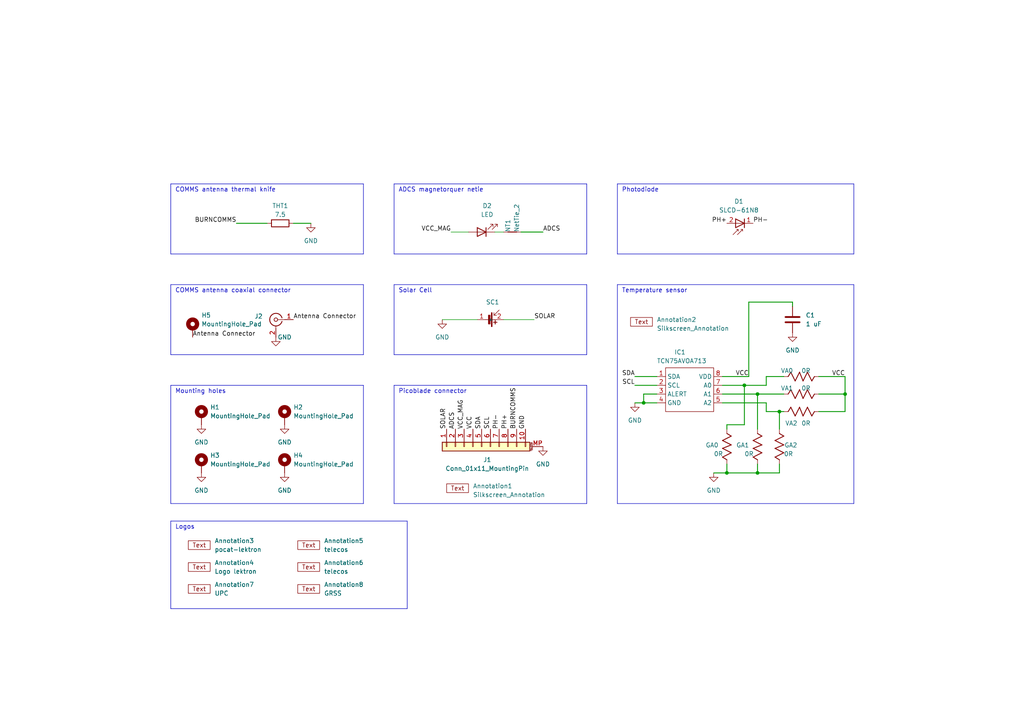
<source format=kicad_sch>
(kicad_sch (version 20230121) (generator eeschema)

  (uuid 4da848d5-e65a-4ace-88f8-d9d6d6b9afa2)

  (paper "A4")

  (lib_symbols
    (symbol "-nsl_symbols:Silkscreen_Annotation" (in_bom yes) (on_board yes)
      (property "Reference" "Annotation" (at 3.81 0 0)
        (effects (font (size 1.27 1.27)))
      )
      (property "Value" "Silkscreen_Annotation" (at 8.89 2.54 0)
        (effects (font (size 1.27 1.27)))
      )
      (property "Footprint" "" (at 0 0 0)
        (effects (font (size 1.27 1.27)) hide)
      )
      (property "Datasheet" "" (at 0 0 0)
        (effects (font (size 1.27 1.27)) hide)
      )
      (symbol "Silkscreen_Annotation_0_0"
        (text "Text" (at 1.905 5.715 0)
          (effects (font (size 1.27 1.27)))
        )
      )
      (symbol "Silkscreen_Annotation_0_1"
        (rectangle (start -1.27 6.985) (end 5.08 4.445)
          (stroke (width 0) (type default))
          (fill (type none))
        )
      )
    )
    (symbol "Connector:Conn_Coaxial" (pin_names (offset 1.016) hide) (in_bom yes) (on_board yes)
      (property "Reference" "J" (at 0.254 3.048 0)
        (effects (font (size 1.27 1.27)))
      )
      (property "Value" "Conn_Coaxial" (at 2.921 0 90)
        (effects (font (size 1.27 1.27)))
      )
      (property "Footprint" "" (at 0 0 0)
        (effects (font (size 1.27 1.27)) hide)
      )
      (property "Datasheet" " ~" (at 0 0 0)
        (effects (font (size 1.27 1.27)) hide)
      )
      (property "ki_keywords" "BNC SMA SMB SMC LEMO coaxial connector CINCH RCA" (at 0 0 0)
        (effects (font (size 1.27 1.27)) hide)
      )
      (property "ki_description" "coaxial connector (BNC, SMA, SMB, SMC, Cinch/RCA, LEMO, ...)" (at 0 0 0)
        (effects (font (size 1.27 1.27)) hide)
      )
      (property "ki_fp_filters" "*BNC* *SMA* *SMB* *SMC* *Cinch* *LEMO*" (at 0 0 0)
        (effects (font (size 1.27 1.27)) hide)
      )
      (symbol "Conn_Coaxial_0_1"
        (arc (start -1.778 -0.508) (mid 0.2311 -1.8066) (end 1.778 0)
          (stroke (width 0.254) (type default))
          (fill (type none))
        )
        (polyline
          (pts
            (xy -2.54 0)
            (xy -0.508 0)
          )
          (stroke (width 0) (type default))
          (fill (type none))
        )
        (polyline
          (pts
            (xy 0 -2.54)
            (xy 0 -1.778)
          )
          (stroke (width 0) (type default))
          (fill (type none))
        )
        (circle (center 0 0) (radius 0.508)
          (stroke (width 0.2032) (type default))
          (fill (type none))
        )
        (arc (start 1.778 0) (mid 0.2099 1.8101) (end -1.778 0.508)
          (stroke (width 0.254) (type default))
          (fill (type none))
        )
      )
      (symbol "Conn_Coaxial_1_1"
        (pin passive line (at -5.08 0 0) (length 2.54)
          (name "In" (effects (font (size 1.27 1.27))))
          (number "1" (effects (font (size 1.27 1.27))))
        )
        (pin passive line (at 0 -5.08 90) (length 2.54)
          (name "Ext" (effects (font (size 1.27 1.27))))
          (number "2" (effects (font (size 1.27 1.27))))
        )
      )
    )
    (symbol "Connector_Generic_MountingPin:Conn_01x10_MountingPin" (pin_names (offset 1.016) hide) (in_bom yes) (on_board yes)
      (property "Reference" "J" (at 0 12.7 0)
        (effects (font (size 1.27 1.27)))
      )
      (property "Value" "Conn_01x10_MountingPin" (at 1.27 -15.24 0)
        (effects (font (size 1.27 1.27)) (justify left))
      )
      (property "Footprint" "" (at 0 0 0)
        (effects (font (size 1.27 1.27)) hide)
      )
      (property "Datasheet" "~" (at 0 0 0)
        (effects (font (size 1.27 1.27)) hide)
      )
      (property "ki_keywords" "connector" (at 0 0 0)
        (effects (font (size 1.27 1.27)) hide)
      )
      (property "ki_description" "Generic connectable mounting pin connector, single row, 01x10, script generated (kicad-library-utils/schlib/autogen/connector/)" (at 0 0 0)
        (effects (font (size 1.27 1.27)) hide)
      )
      (property "ki_fp_filters" "Connector*:*_1x??-1MP*" (at 0 0 0)
        (effects (font (size 1.27 1.27)) hide)
      )
      (symbol "Conn_01x10_MountingPin_1_1"
        (rectangle (start -1.27 -12.573) (end 0 -12.827)
          (stroke (width 0.1524) (type default))
          (fill (type none))
        )
        (rectangle (start -1.27 -10.033) (end 0 -10.287)
          (stroke (width 0.1524) (type default))
          (fill (type none))
        )
        (rectangle (start -1.27 -7.493) (end 0 -7.747)
          (stroke (width 0.1524) (type default))
          (fill (type none))
        )
        (rectangle (start -1.27 -4.953) (end 0 -5.207)
          (stroke (width 0.1524) (type default))
          (fill (type none))
        )
        (rectangle (start -1.27 -2.413) (end 0 -2.667)
          (stroke (width 0.1524) (type default))
          (fill (type none))
        )
        (rectangle (start -1.27 0.127) (end 0 -0.127)
          (stroke (width 0.1524) (type default))
          (fill (type none))
        )
        (rectangle (start -1.27 2.667) (end 0 2.413)
          (stroke (width 0.1524) (type default))
          (fill (type none))
        )
        (rectangle (start -1.27 5.207) (end 0 4.953)
          (stroke (width 0.1524) (type default))
          (fill (type none))
        )
        (rectangle (start -1.27 7.747) (end 0 7.493)
          (stroke (width 0.1524) (type default))
          (fill (type none))
        )
        (rectangle (start -1.27 10.287) (end 0 10.033)
          (stroke (width 0.1524) (type default))
          (fill (type none))
        )
        (rectangle (start -1.27 11.43) (end 1.27 -13.97)
          (stroke (width 0.254) (type default))
          (fill (type background))
        )
        (polyline
          (pts
            (xy -1.016 -14.732)
            (xy 1.016 -14.732)
          )
          (stroke (width 0.1524) (type default))
          (fill (type none))
        )
        (text "Mounting" (at 0 -14.351 0)
          (effects (font (size 0.381 0.381)))
        )
        (pin passive line (at -5.08 10.16 0) (length 3.81)
          (name "Pin_1" (effects (font (size 1.27 1.27))))
          (number "1" (effects (font (size 1.27 1.27))))
        )
        (pin passive line (at -5.08 -12.7 0) (length 3.81)
          (name "Pin_10" (effects (font (size 1.27 1.27))))
          (number "10" (effects (font (size 1.27 1.27))))
        )
        (pin passive line (at -5.08 7.62 0) (length 3.81)
          (name "Pin_2" (effects (font (size 1.27 1.27))))
          (number "2" (effects (font (size 1.27 1.27))))
        )
        (pin passive line (at -5.08 5.08 0) (length 3.81)
          (name "Pin_3" (effects (font (size 1.27 1.27))))
          (number "3" (effects (font (size 1.27 1.27))))
        )
        (pin passive line (at -5.08 2.54 0) (length 3.81)
          (name "Pin_4" (effects (font (size 1.27 1.27))))
          (number "4" (effects (font (size 1.27 1.27))))
        )
        (pin passive line (at -5.08 0 0) (length 3.81)
          (name "Pin_5" (effects (font (size 1.27 1.27))))
          (number "5" (effects (font (size 1.27 1.27))))
        )
        (pin passive line (at -5.08 -2.54 0) (length 3.81)
          (name "Pin_6" (effects (font (size 1.27 1.27))))
          (number "6" (effects (font (size 1.27 1.27))))
        )
        (pin passive line (at -5.08 -5.08 0) (length 3.81)
          (name "Pin_7" (effects (font (size 1.27 1.27))))
          (number "7" (effects (font (size 1.27 1.27))))
        )
        (pin passive line (at -5.08 -7.62 0) (length 3.81)
          (name "Pin_8" (effects (font (size 1.27 1.27))))
          (number "8" (effects (font (size 1.27 1.27))))
        )
        (pin passive line (at -5.08 -10.16 0) (length 3.81)
          (name "Pin_9" (effects (font (size 1.27 1.27))))
          (number "9" (effects (font (size 1.27 1.27))))
        )
        (pin passive line (at 0 -17.78 90) (length 3.048)
          (name "MountPin" (effects (font (size 1.27 1.27))))
          (number "MP" (effects (font (size 1.27 1.27))))
        )
      )
    )
    (symbol "Device:C" (pin_numbers hide) (pin_names (offset 0.254)) (in_bom yes) (on_board yes)
      (property "Reference" "C" (at 0.635 2.54 0)
        (effects (font (size 1.27 1.27)) (justify left))
      )
      (property "Value" "C" (at 0.635 -2.54 0)
        (effects (font (size 1.27 1.27)) (justify left))
      )
      (property "Footprint" "" (at 0.9652 -3.81 0)
        (effects (font (size 1.27 1.27)) hide)
      )
      (property "Datasheet" "~" (at 0 0 0)
        (effects (font (size 1.27 1.27)) hide)
      )
      (property "ki_keywords" "cap capacitor" (at 0 0 0)
        (effects (font (size 1.27 1.27)) hide)
      )
      (property "ki_description" "Unpolarized capacitor" (at 0 0 0)
        (effects (font (size 1.27 1.27)) hide)
      )
      (property "ki_fp_filters" "C_*" (at 0 0 0)
        (effects (font (size 1.27 1.27)) hide)
      )
      (symbol "C_0_1"
        (polyline
          (pts
            (xy -2.032 -0.762)
            (xy 2.032 -0.762)
          )
          (stroke (width 0.508) (type default))
          (fill (type none))
        )
        (polyline
          (pts
            (xy -2.032 0.762)
            (xy 2.032 0.762)
          )
          (stroke (width 0.508) (type default))
          (fill (type none))
        )
      )
      (symbol "C_1_1"
        (pin passive line (at 0 3.81 270) (length 2.794)
          (name "~" (effects (font (size 1.27 1.27))))
          (number "1" (effects (font (size 1.27 1.27))))
        )
        (pin passive line (at 0 -3.81 90) (length 2.794)
          (name "~" (effects (font (size 1.27 1.27))))
          (number "2" (effects (font (size 1.27 1.27))))
        )
      )
    )
    (symbol "Device:LED" (pin_numbers hide) (pin_names (offset 1.016) hide) (in_bom yes) (on_board yes)
      (property "Reference" "D" (at 0 2.54 0)
        (effects (font (size 1.27 1.27)))
      )
      (property "Value" "LED" (at 0 -2.54 0)
        (effects (font (size 1.27 1.27)))
      )
      (property "Footprint" "" (at 0 0 0)
        (effects (font (size 1.27 1.27)) hide)
      )
      (property "Datasheet" "~" (at 0 0 0)
        (effects (font (size 1.27 1.27)) hide)
      )
      (property "ki_keywords" "LED diode" (at 0 0 0)
        (effects (font (size 1.27 1.27)) hide)
      )
      (property "ki_description" "Light emitting diode" (at 0 0 0)
        (effects (font (size 1.27 1.27)) hide)
      )
      (property "ki_fp_filters" "LED* LED_SMD:* LED_THT:*" (at 0 0 0)
        (effects (font (size 1.27 1.27)) hide)
      )
      (symbol "LED_0_1"
        (polyline
          (pts
            (xy -1.27 -1.27)
            (xy -1.27 1.27)
          )
          (stroke (width 0.254) (type default))
          (fill (type none))
        )
        (polyline
          (pts
            (xy -1.27 0)
            (xy 1.27 0)
          )
          (stroke (width 0) (type default))
          (fill (type none))
        )
        (polyline
          (pts
            (xy 1.27 -1.27)
            (xy 1.27 1.27)
            (xy -1.27 0)
            (xy 1.27 -1.27)
          )
          (stroke (width 0.254) (type default))
          (fill (type none))
        )
        (polyline
          (pts
            (xy -3.048 -0.762)
            (xy -4.572 -2.286)
            (xy -3.81 -2.286)
            (xy -4.572 -2.286)
            (xy -4.572 -1.524)
          )
          (stroke (width 0) (type default))
          (fill (type none))
        )
        (polyline
          (pts
            (xy -1.778 -0.762)
            (xy -3.302 -2.286)
            (xy -2.54 -2.286)
            (xy -3.302 -2.286)
            (xy -3.302 -1.524)
          )
          (stroke (width 0) (type default))
          (fill (type none))
        )
      )
      (symbol "LED_1_1"
        (pin passive line (at -3.81 0 0) (length 2.54)
          (name "K" (effects (font (size 1.27 1.27))))
          (number "1" (effects (font (size 1.27 1.27))))
        )
        (pin passive line (at 3.81 0 180) (length 2.54)
          (name "A" (effects (font (size 1.27 1.27))))
          (number "2" (effects (font (size 1.27 1.27))))
        )
      )
    )
    (symbol "Device:NetTie_2" (pin_numbers hide) (pin_names (offset 0) hide) (in_bom no) (on_board yes)
      (property "Reference" "NT" (at 0 1.27 0)
        (effects (font (size 1.27 1.27)))
      )
      (property "Value" "NetTie_2" (at 0 -1.27 0)
        (effects (font (size 1.27 1.27)))
      )
      (property "Footprint" "" (at 0 0 0)
        (effects (font (size 1.27 1.27)) hide)
      )
      (property "Datasheet" "~" (at 0 0 0)
        (effects (font (size 1.27 1.27)) hide)
      )
      (property "ki_keywords" "net tie short" (at 0 0 0)
        (effects (font (size 1.27 1.27)) hide)
      )
      (property "ki_description" "Net tie, 2 pins" (at 0 0 0)
        (effects (font (size 1.27 1.27)) hide)
      )
      (property "ki_fp_filters" "Net*Tie*" (at 0 0 0)
        (effects (font (size 1.27 1.27)) hide)
      )
      (symbol "NetTie_2_0_1"
        (polyline
          (pts
            (xy -1.27 0)
            (xy 1.27 0)
          )
          (stroke (width 0.254) (type default))
          (fill (type none))
        )
      )
      (symbol "NetTie_2_1_1"
        (pin passive line (at -2.54 0 0) (length 2.54)
          (name "1" (effects (font (size 1.27 1.27))))
          (number "1" (effects (font (size 1.27 1.27))))
        )
        (pin passive line (at 2.54 0 180) (length 2.54)
          (name "2" (effects (font (size 1.27 1.27))))
          (number "2" (effects (font (size 1.27 1.27))))
        )
      )
    )
    (symbol "Device:R" (pin_numbers hide) (pin_names (offset 0)) (in_bom yes) (on_board yes)
      (property "Reference" "R" (at 2.032 0 90)
        (effects (font (size 1.27 1.27)))
      )
      (property "Value" "R" (at 0 0 90)
        (effects (font (size 1.27 1.27)))
      )
      (property "Footprint" "" (at -1.778 0 90)
        (effects (font (size 1.27 1.27)) hide)
      )
      (property "Datasheet" "~" (at 0 0 0)
        (effects (font (size 1.27 1.27)) hide)
      )
      (property "ki_keywords" "R res resistor" (at 0 0 0)
        (effects (font (size 1.27 1.27)) hide)
      )
      (property "ki_description" "Resistor" (at 0 0 0)
        (effects (font (size 1.27 1.27)) hide)
      )
      (property "ki_fp_filters" "R_*" (at 0 0 0)
        (effects (font (size 1.27 1.27)) hide)
      )
      (symbol "R_0_1"
        (rectangle (start -1.016 -2.54) (end 1.016 2.54)
          (stroke (width 0.254) (type default))
          (fill (type none))
        )
      )
      (symbol "R_1_1"
        (pin passive line (at 0 3.81 270) (length 1.27)
          (name "~" (effects (font (size 1.27 1.27))))
          (number "1" (effects (font (size 1.27 1.27))))
        )
        (pin passive line (at 0 -3.81 90) (length 1.27)
          (name "~" (effects (font (size 1.27 1.27))))
          (number "2" (effects (font (size 1.27 1.27))))
        )
      )
    )
    (symbol "GND_1" (power) (pin_names (offset 0)) (in_bom yes) (on_board yes)
      (property "Reference" "#PWR" (at 0 -6.35 0)
        (effects (font (size 1.27 1.27)) hide)
      )
      (property "Value" "GND_1" (at 0 -3.81 0)
        (effects (font (size 1.27 1.27)))
      )
      (property "Footprint" "" (at 0 0 0)
        (effects (font (size 1.27 1.27)) hide)
      )
      (property "Datasheet" "" (at 0 0 0)
        (effects (font (size 1.27 1.27)) hide)
      )
      (property "ki_keywords" "global power" (at 0 0 0)
        (effects (font (size 1.27 1.27)) hide)
      )
      (property "ki_description" "Power symbol creates a global label with name \"GND\" , ground" (at 0 0 0)
        (effects (font (size 1.27 1.27)) hide)
      )
      (symbol "GND_1_0_1"
        (polyline
          (pts
            (xy 0 0)
            (xy 0 -1.27)
            (xy 1.27 -1.27)
            (xy 0 -2.54)
            (xy -1.27 -1.27)
            (xy 0 -1.27)
          )
          (stroke (width 0) (type default))
          (fill (type none))
        )
      )
      (symbol "GND_1_1_1"
        (pin power_in line (at 0 0 270) (length 0) hide
          (name "GND" (effects (font (size 1.27 1.27))))
          (number "1" (effects (font (size 1.27 1.27))))
        )
      )
    )
    (symbol "GND_10" (power) (pin_names (offset 0)) (in_bom yes) (on_board yes)
      (property "Reference" "#PWR" (at 0 -6.35 0)
        (effects (font (size 1.27 1.27)) hide)
      )
      (property "Value" "GND_10" (at 0 -3.81 0)
        (effects (font (size 1.27 1.27)))
      )
      (property "Footprint" "" (at 0 0 0)
        (effects (font (size 1.27 1.27)) hide)
      )
      (property "Datasheet" "" (at 0 0 0)
        (effects (font (size 1.27 1.27)) hide)
      )
      (property "ki_keywords" "global power" (at 0 0 0)
        (effects (font (size 1.27 1.27)) hide)
      )
      (property "ki_description" "Power symbol creates a global label with name \"GND\" , ground" (at 0 0 0)
        (effects (font (size 1.27 1.27)) hide)
      )
      (symbol "GND_10_0_1"
        (polyline
          (pts
            (xy 0 0)
            (xy 0 -1.27)
            (xy 1.27 -1.27)
            (xy 0 -2.54)
            (xy -1.27 -1.27)
            (xy 0 -1.27)
          )
          (stroke (width 0) (type default))
          (fill (type none))
        )
      )
      (symbol "GND_10_1_1"
        (pin power_in line (at 0 0 270) (length 0) hide
          (name "GND" (effects (font (size 1.27 1.27))))
          (number "1" (effects (font (size 1.27 1.27))))
        )
      )
    )
    (symbol "GND_2" (power) (pin_names (offset 0)) (in_bom yes) (on_board yes)
      (property "Reference" "#PWR" (at 0 -6.35 0)
        (effects (font (size 1.27 1.27)) hide)
      )
      (property "Value" "GND_2" (at 0 -3.81 0)
        (effects (font (size 1.27 1.27)))
      )
      (property "Footprint" "" (at 0 0 0)
        (effects (font (size 1.27 1.27)) hide)
      )
      (property "Datasheet" "" (at 0 0 0)
        (effects (font (size 1.27 1.27)) hide)
      )
      (property "ki_keywords" "global power" (at 0 0 0)
        (effects (font (size 1.27 1.27)) hide)
      )
      (property "ki_description" "Power symbol creates a global label with name \"GND\" , ground" (at 0 0 0)
        (effects (font (size 1.27 1.27)) hide)
      )
      (symbol "GND_2_0_1"
        (polyline
          (pts
            (xy 0 0)
            (xy 0 -1.27)
            (xy 1.27 -1.27)
            (xy 0 -2.54)
            (xy -1.27 -1.27)
            (xy 0 -1.27)
          )
          (stroke (width 0) (type default))
          (fill (type none))
        )
      )
      (symbol "GND_2_1_1"
        (pin power_in line (at 0 0 270) (length 0) hide
          (name "GND" (effects (font (size 1.27 1.27))))
          (number "1" (effects (font (size 1.27 1.27))))
        )
      )
    )
    (symbol "GND_3" (power) (pin_names (offset 0)) (in_bom yes) (on_board yes)
      (property "Reference" "#PWR" (at 0 -6.35 0)
        (effects (font (size 1.27 1.27)) hide)
      )
      (property "Value" "GND_3" (at 0 -3.81 0)
        (effects (font (size 1.27 1.27)))
      )
      (property "Footprint" "" (at 0 0 0)
        (effects (font (size 1.27 1.27)) hide)
      )
      (property "Datasheet" "" (at 0 0 0)
        (effects (font (size 1.27 1.27)) hide)
      )
      (property "ki_keywords" "global power" (at 0 0 0)
        (effects (font (size 1.27 1.27)) hide)
      )
      (property "ki_description" "Power symbol creates a global label with name \"GND\" , ground" (at 0 0 0)
        (effects (font (size 1.27 1.27)) hide)
      )
      (symbol "GND_3_0_1"
        (polyline
          (pts
            (xy 0 0)
            (xy 0 -1.27)
            (xy 1.27 -1.27)
            (xy 0 -2.54)
            (xy -1.27 -1.27)
            (xy 0 -1.27)
          )
          (stroke (width 0) (type default))
          (fill (type none))
        )
      )
      (symbol "GND_3_1_1"
        (pin power_in line (at 0 0 270) (length 0) hide
          (name "GND" (effects (font (size 1.27 1.27))))
          (number "1" (effects (font (size 1.27 1.27))))
        )
      )
    )
    (symbol "GND_4" (power) (pin_names (offset 0)) (in_bom yes) (on_board yes)
      (property "Reference" "#PWR" (at 0 -6.35 0)
        (effects (font (size 1.27 1.27)) hide)
      )
      (property "Value" "GND_4" (at 0 -3.81 0)
        (effects (font (size 1.27 1.27)))
      )
      (property "Footprint" "" (at 0 0 0)
        (effects (font (size 1.27 1.27)) hide)
      )
      (property "Datasheet" "" (at 0 0 0)
        (effects (font (size 1.27 1.27)) hide)
      )
      (property "ki_keywords" "global power" (at 0 0 0)
        (effects (font (size 1.27 1.27)) hide)
      )
      (property "ki_description" "Power symbol creates a global label with name \"GND\" , ground" (at 0 0 0)
        (effects (font (size 1.27 1.27)) hide)
      )
      (symbol "GND_4_0_1"
        (polyline
          (pts
            (xy 0 0)
            (xy 0 -1.27)
            (xy 1.27 -1.27)
            (xy 0 -2.54)
            (xy -1.27 -1.27)
            (xy 0 -1.27)
          )
          (stroke (width 0) (type default))
          (fill (type none))
        )
      )
      (symbol "GND_4_1_1"
        (pin power_in line (at 0 0 270) (length 0) hide
          (name "GND" (effects (font (size 1.27 1.27))))
          (number "1" (effects (font (size 1.27 1.27))))
        )
      )
    )
    (symbol "GND_5" (power) (pin_names (offset 0)) (in_bom yes) (on_board yes)
      (property "Reference" "#PWR" (at 0 -6.35 0)
        (effects (font (size 1.27 1.27)) hide)
      )
      (property "Value" "GND_5" (at 0 -3.81 0)
        (effects (font (size 1.27 1.27)))
      )
      (property "Footprint" "" (at 0 0 0)
        (effects (font (size 1.27 1.27)) hide)
      )
      (property "Datasheet" "" (at 0 0 0)
        (effects (font (size 1.27 1.27)) hide)
      )
      (property "ki_keywords" "global power" (at 0 0 0)
        (effects (font (size 1.27 1.27)) hide)
      )
      (property "ki_description" "Power symbol creates a global label with name \"GND\" , ground" (at 0 0 0)
        (effects (font (size 1.27 1.27)) hide)
      )
      (symbol "GND_5_0_1"
        (polyline
          (pts
            (xy 0 0)
            (xy 0 -1.27)
            (xy 1.27 -1.27)
            (xy 0 -2.54)
            (xy -1.27 -1.27)
            (xy 0 -1.27)
          )
          (stroke (width 0) (type default))
          (fill (type none))
        )
      )
      (symbol "GND_5_1_1"
        (pin power_in line (at 0 0 270) (length 0) hide
          (name "GND" (effects (font (size 1.27 1.27))))
          (number "1" (effects (font (size 1.27 1.27))))
        )
      )
    )
    (symbol "GND_6" (power) (pin_names (offset 0)) (in_bom yes) (on_board yes)
      (property "Reference" "#PWR" (at 0 -6.35 0)
        (effects (font (size 1.27 1.27)) hide)
      )
      (property "Value" "GND_6" (at 0 -3.81 0)
        (effects (font (size 1.27 1.27)))
      )
      (property "Footprint" "" (at 0 0 0)
        (effects (font (size 1.27 1.27)) hide)
      )
      (property "Datasheet" "" (at 0 0 0)
        (effects (font (size 1.27 1.27)) hide)
      )
      (property "ki_keywords" "global power" (at 0 0 0)
        (effects (font (size 1.27 1.27)) hide)
      )
      (property "ki_description" "Power symbol creates a global label with name \"GND\" , ground" (at 0 0 0)
        (effects (font (size 1.27 1.27)) hide)
      )
      (symbol "GND_6_0_1"
        (polyline
          (pts
            (xy 0 0)
            (xy 0 -1.27)
            (xy 1.27 -1.27)
            (xy 0 -2.54)
            (xy -1.27 -1.27)
            (xy 0 -1.27)
          )
          (stroke (width 0) (type default))
          (fill (type none))
        )
      )
      (symbol "GND_6_1_1"
        (pin power_in line (at 0 0 270) (length 0) hide
          (name "GND" (effects (font (size 1.27 1.27))))
          (number "1" (effects (font (size 1.27 1.27))))
        )
      )
    )
    (symbol "GND_7" (power) (pin_names (offset 0)) (in_bom yes) (on_board yes)
      (property "Reference" "#PWR" (at 0 -6.35 0)
        (effects (font (size 1.27 1.27)) hide)
      )
      (property "Value" "GND_7" (at 0 -3.81 0)
        (effects (font (size 1.27 1.27)))
      )
      (property "Footprint" "" (at 0 0 0)
        (effects (font (size 1.27 1.27)) hide)
      )
      (property "Datasheet" "" (at 0 0 0)
        (effects (font (size 1.27 1.27)) hide)
      )
      (property "ki_keywords" "global power" (at 0 0 0)
        (effects (font (size 1.27 1.27)) hide)
      )
      (property "ki_description" "Power symbol creates a global label with name \"GND\" , ground" (at 0 0 0)
        (effects (font (size 1.27 1.27)) hide)
      )
      (symbol "GND_7_0_1"
        (polyline
          (pts
            (xy 0 0)
            (xy 0 -1.27)
            (xy 1.27 -1.27)
            (xy 0 -2.54)
            (xy -1.27 -1.27)
            (xy 0 -1.27)
          )
          (stroke (width 0) (type default))
          (fill (type none))
        )
      )
      (symbol "GND_7_1_1"
        (pin power_in line (at 0 0 270) (length 0) hide
          (name "GND" (effects (font (size 1.27 1.27))))
          (number "1" (effects (font (size 1.27 1.27))))
        )
      )
    )
    (symbol "GND_8" (power) (pin_names (offset 0)) (in_bom yes) (on_board yes)
      (property "Reference" "#PWR" (at 0 -6.35 0)
        (effects (font (size 1.27 1.27)) hide)
      )
      (property "Value" "GND_8" (at 0 -3.81 0)
        (effects (font (size 1.27 1.27)))
      )
      (property "Footprint" "" (at 0 0 0)
        (effects (font (size 1.27 1.27)) hide)
      )
      (property "Datasheet" "" (at 0 0 0)
        (effects (font (size 1.27 1.27)) hide)
      )
      (property "ki_keywords" "global power" (at 0 0 0)
        (effects (font (size 1.27 1.27)) hide)
      )
      (property "ki_description" "Power symbol creates a global label with name \"GND\" , ground" (at 0 0 0)
        (effects (font (size 1.27 1.27)) hide)
      )
      (symbol "GND_8_0_1"
        (polyline
          (pts
            (xy 0 0)
            (xy 0 -1.27)
            (xy 1.27 -1.27)
            (xy 0 -2.54)
            (xy -1.27 -1.27)
            (xy 0 -1.27)
          )
          (stroke (width 0) (type default))
          (fill (type none))
        )
      )
      (symbol "GND_8_1_1"
        (pin power_in line (at 0 0 270) (length 0) hide
          (name "GND" (effects (font (size 1.27 1.27))))
          (number "1" (effects (font (size 1.27 1.27))))
        )
      )
    )
    (symbol "GND_9" (power) (pin_names (offset 0)) (in_bom yes) (on_board yes)
      (property "Reference" "#PWR" (at 0 -6.35 0)
        (effects (font (size 1.27 1.27)) hide)
      )
      (property "Value" "GND_9" (at 0 -3.81 0)
        (effects (font (size 1.27 1.27)))
      )
      (property "Footprint" "" (at 0 0 0)
        (effects (font (size 1.27 1.27)) hide)
      )
      (property "Datasheet" "" (at 0 0 0)
        (effects (font (size 1.27 1.27)) hide)
      )
      (property "ki_keywords" "global power" (at 0 0 0)
        (effects (font (size 1.27 1.27)) hide)
      )
      (property "ki_description" "Power symbol creates a global label with name \"GND\" , ground" (at 0 0 0)
        (effects (font (size 1.27 1.27)) hide)
      )
      (symbol "GND_9_0_1"
        (polyline
          (pts
            (xy 0 0)
            (xy 0 -1.27)
            (xy 1.27 -1.27)
            (xy 0 -2.54)
            (xy -1.27 -1.27)
            (xy 0 -1.27)
          )
          (stroke (width 0) (type default))
          (fill (type none))
        )
      )
      (symbol "GND_9_1_1"
        (pin power_in line (at 0 0 270) (length 0) hide
          (name "GND" (effects (font (size 1.27 1.27))))
          (number "1" (effects (font (size 1.27 1.27))))
        )
      )
    )
    (symbol "Lateral_board-altium-import:0_5k" (in_bom yes) (on_board yes)
      (property "Reference" "" (at 0 0 0)
        (effects (font (size 1.27 1.27)))
      )
      (property "Value" "0_5k" (at 0 0 0)
        (effects (font (size 1.27 1.27)))
      )
      (property "Footprint" "" (at 0 0 0)
        (effects (font (size 1.27 1.27)) hide)
      )
      (property "Datasheet" "" (at 0 0 0)
        (effects (font (size 1.27 1.27)) hide)
      )
      (property "ki_fp_filters" "R0805" (at 0 0 0)
        (effects (font (size 1.27 1.27)) hide)
      )
      (symbol "0_5k_1_0"
        (polyline
          (pts
            (xy -3.048 1.27)
            (xy -3.81 0)
          )
          (stroke (width 0.254) (type default))
          (fill (type none))
        )
        (polyline
          (pts
            (xy -1.778 -1.27)
            (xy -3.048 1.27)
          )
          (stroke (width 0.254) (type default))
          (fill (type none))
        )
        (polyline
          (pts
            (xy -0.508 1.27)
            (xy -1.778 -1.27)
          )
          (stroke (width 0.254) (type default))
          (fill (type none))
        )
        (polyline
          (pts
            (xy 0.508 -1.27)
            (xy -0.508 1.27)
          )
          (stroke (width 0.254) (type default))
          (fill (type none))
        )
        (polyline
          (pts
            (xy 1.778 1.27)
            (xy 0.508 -1.27)
          )
          (stroke (width 0.254) (type default))
          (fill (type none))
        )
        (polyline
          (pts
            (xy 3.048 -1.27)
            (xy 1.778 1.27)
          )
          (stroke (width 0.254) (type default))
          (fill (type none))
        )
        (polyline
          (pts
            (xy 3.81 0)
            (xy 3.048 -1.27)
          )
          (stroke (width 0.254) (type default))
          (fill (type none))
        )
        (pin passive line (at -5.08 0 0) (length 1.27)
          (name "1" (effects (font (size 0 0))))
          (number "1" (effects (font (size 0 0))))
        )
        (pin passive line (at 5.08 0 180) (length 1.27)
          (name "2" (effects (font (size 0 0))))
          (number "2" (effects (font (size 0 0))))
        )
      )
    )
    (symbol "Lateral_board-altium-import:1_5k" (in_bom yes) (on_board yes)
      (property "Reference" "" (at 0 0 0)
        (effects (font (size 1.27 1.27)))
      )
      (property "Value" "1_5k" (at 0 0 0)
        (effects (font (size 1.27 1.27)))
      )
      (property "Footprint" "" (at 0 0 0)
        (effects (font (size 1.27 1.27)) hide)
      )
      (property "Datasheet" "" (at 0 0 0)
        (effects (font (size 1.27 1.27)) hide)
      )
      (property "ki_fp_filters" "R0805" (at 0 0 0)
        (effects (font (size 1.27 1.27)) hide)
      )
      (symbol "1_5k_1_0"
        (polyline
          (pts
            (xy -1.27 -3.048)
            (xy 0 -3.81)
          )
          (stroke (width 0.254) (type default))
          (fill (type none))
        )
        (polyline
          (pts
            (xy -1.27 -0.508)
            (xy 1.27 -1.778)
          )
          (stroke (width 0.254) (type default))
          (fill (type none))
        )
        (polyline
          (pts
            (xy -1.27 1.778)
            (xy 1.27 0.508)
          )
          (stroke (width 0.254) (type default))
          (fill (type none))
        )
        (polyline
          (pts
            (xy 0 3.81)
            (xy 1.27 3.048)
          )
          (stroke (width 0.254) (type default))
          (fill (type none))
        )
        (polyline
          (pts
            (xy 1.27 -1.778)
            (xy -1.27 -3.048)
          )
          (stroke (width 0.254) (type default))
          (fill (type none))
        )
        (polyline
          (pts
            (xy 1.27 0.508)
            (xy -1.27 -0.508)
          )
          (stroke (width 0.254) (type default))
          (fill (type none))
        )
        (polyline
          (pts
            (xy 1.27 3.048)
            (xy -1.27 1.778)
          )
          (stroke (width 0.254) (type default))
          (fill (type none))
        )
        (pin passive line (at 0 -5.08 90) (length 1.27)
          (name "1" (effects (font (size 0 0))))
          (number "1" (effects (font (size 0 0))))
        )
        (pin passive line (at 0 5.08 270) (length 1.27)
          (name "2" (effects (font (size 0 0))))
          (number "2" (effects (font (size 0 0))))
        )
      )
    )
    (symbol "Mechanical:MountingHole_Pad" (pin_numbers hide) (pin_names (offset 1.016) hide) (in_bom yes) (on_board yes)
      (property "Reference" "H" (at 0 6.35 0)
        (effects (font (size 1.27 1.27)))
      )
      (property "Value" "MountingHole_Pad" (at 0 4.445 0)
        (effects (font (size 1.27 1.27)))
      )
      (property "Footprint" "" (at 0 0 0)
        (effects (font (size 1.27 1.27)) hide)
      )
      (property "Datasheet" "~" (at 0 0 0)
        (effects (font (size 1.27 1.27)) hide)
      )
      (property "ki_keywords" "mounting hole" (at 0 0 0)
        (effects (font (size 1.27 1.27)) hide)
      )
      (property "ki_description" "Mounting Hole with connection" (at 0 0 0)
        (effects (font (size 1.27 1.27)) hide)
      )
      (property "ki_fp_filters" "MountingHole*Pad*" (at 0 0 0)
        (effects (font (size 1.27 1.27)) hide)
      )
      (symbol "MountingHole_Pad_0_1"
        (circle (center 0 1.27) (radius 1.27)
          (stroke (width 1.27) (type default))
          (fill (type none))
        )
      )
      (symbol "MountingHole_Pad_1_1"
        (pin input line (at 0 -2.54 90) (length 2.54)
          (name "1" (effects (font (size 1.27 1.27))))
          (number "1" (effects (font (size 1.27 1.27))))
        )
      )
    )
    (symbol "SP_ICs:TCN75AVUA713" (in_bom yes) (on_board yes)
      (property "Reference" "U" (at 6.35 6.35 0)
        (effects (font (size 1.27 1.27)))
      )
      (property "Value" "TCN75AVUA713" (at 8.89 3.81 0)
        (effects (font (size 1.27 1.27)))
      )
      (property "Footprint" "Package_SO:SOP-8_3.9x4.9mm_P1.27mm" (at 0 0 0)
        (effects (font (size 1.27 1.27)) hide)
      )
      (property "Datasheet" "" (at 0 0 0)
        (effects (font (size 1.27 1.27)) hide)
      )
      (symbol "TCN75AVUA713_0_0"
        (pin unspecified line (at 0 0 0) (length 2.54)
          (name "SDA" (effects (font (size 1.27 1.27))))
          (number "1" (effects (font (size 1.27 1.27))))
        )
        (pin unspecified line (at 0 -2.54 0) (length 2.54)
          (name "SCL" (effects (font (size 1.27 1.27))))
          (number "2" (effects (font (size 1.27 1.27))))
        )
        (pin unspecified line (at 0 -5.08 0) (length 2.54)
          (name "ALERT" (effects (font (size 1.27 1.27))))
          (number "3" (effects (font (size 1.27 1.27))))
        )
        (pin unspecified line (at 0 -7.62 0) (length 2.54)
          (name "GND" (effects (font (size 1.27 1.27))))
          (number "4" (effects (font (size 1.27 1.27))))
        )
        (pin unspecified line (at 19.05 -7.62 180) (length 2.54)
          (name "A2" (effects (font (size 1.27 1.27))))
          (number "5" (effects (font (size 1.27 1.27))))
        )
        (pin unspecified line (at 19.05 -5.08 180) (length 2.54)
          (name "A1" (effects (font (size 1.27 1.27))))
          (number "6" (effects (font (size 1.27 1.27))))
        )
        (pin unspecified line (at 19.05 -2.54 180) (length 2.54)
          (name "A0" (effects (font (size 1.27 1.27))))
          (number "7" (effects (font (size 1.27 1.27))))
        )
        (pin unspecified line (at 19.05 0 180) (length 2.54)
          (name "VDD" (effects (font (size 1.27 1.27))))
          (number "8" (effects (font (size 1.27 1.27))))
        )
      )
      (symbol "TCN75AVUA713_0_1"
        (rectangle (start 2.54 2.54) (end 16.51 -10.16)
          (stroke (width 0) (type default))
          (fill (type none))
        )
      )
    )
    (symbol "passive-nsl:SLCD-61N8" (in_bom yes) (on_board yes)
      (property "Reference" "D" (at 0 4.318 0)
        (effects (font (size 1.27 1.27)))
      )
      (property "Value" "SLCD-61N8" (at -0.254 -2.286 0)
        (effects (font (size 1.27 1.27)))
      )
      (property "Footprint" "passive-nsl:SLCD-61N8" (at 0 -4.318 0)
        (effects (font (size 1.27 1.27)) hide)
      )
      (property "Datasheet" "" (at 12.192 -8.382 0)
        (effects (font (size 1.27 1.27)) hide)
      )
      (symbol "SLCD-61N8_0_1"
        (polyline
          (pts
            (xy -1.524 1.27)
            (xy -1.524 -1.27)
          )
          (stroke (width 0.254) (type default))
          (fill (type none))
        )
        (polyline
          (pts
            (xy -1.016 1.778)
            (xy -0.508 1.778)
          )
          (stroke (width 0) (type default))
          (fill (type none))
        )
        (polyline
          (pts
            (xy 1.016 0)
            (xy -1.524 0)
          )
          (stroke (width 0) (type default))
          (fill (type none))
        )
        (polyline
          (pts
            (xy 0.508 3.302)
            (xy -1.016 1.778)
            (xy -1.016 2.286)
          )
          (stroke (width 0) (type default))
          (fill (type none))
        )
        (polyline
          (pts
            (xy 1.016 -1.27)
            (xy 1.016 1.27)
            (xy -1.524 0)
            (xy 1.016 -1.27)
          )
          (stroke (width 0.254) (type default))
          (fill (type none))
        )
        (polyline
          (pts
            (xy 1.778 3.302)
            (xy 0.254 1.778)
            (xy 0.254 2.286)
            (xy 0.254 1.778)
            (xy 0.762 1.778)
          )
          (stroke (width 0) (type default))
          (fill (type none))
        )
      )
      (symbol "SLCD-61N8_1_1"
        (pin passive line (at -4.064 0 0) (length 2.54)
          (name "" (effects (font (size 1.27 1.27))))
          (number "1" (effects (font (size 1.27 1.27))))
        )
        (pin passive line (at 3.556 0 180) (length 2.54)
          (name "" (effects (font (size 1.27 1.27))))
          (number "2" (effects (font (size 1.27 1.27))))
        )
      )
    )
    (symbol "power-nsl:S3040_CIC" (in_bom yes) (on_board yes)
      (property "Reference" "SC" (at 2.54 2.54 0)
        (effects (font (size 1.27 1.27)))
      )
      (property "Value" "" (at 0 0 0)
        (effects (font (size 1.27 1.27)))
      )
      (property "Footprint" "power-nsl:Lighttricity_S3040_CIC" (at 0 0 0)
        (effects (font (size 1.27 1.27)) hide)
      )
      (property "Datasheet" "" (at 0 0 0)
        (effects (font (size 1.27 1.27)) hide)
      )
      (symbol "S3040_CIC_0_1"
        (rectangle (start -2.032 0.508) (end 2.032 0.254)
          (stroke (width 0) (type default))
          (fill (type outline))
        )
        (rectangle (start -1.3208 -0.0762) (end 1.27 -0.5842)
          (stroke (width 0) (type default))
          (fill (type outline))
        )
        (polyline
          (pts
            (xy -1.27 1.016)
            (xy -2.794 2.54)
          )
          (stroke (width 0) (type default))
          (fill (type none))
        )
        (polyline
          (pts
            (xy 0 -0.508)
            (xy 0 -1.27)
          )
          (stroke (width 0) (type default))
          (fill (type none))
        )
        (polyline
          (pts
            (xy 0 0.508)
            (xy 0 1.27)
          )
          (stroke (width 0) (type default))
          (fill (type none))
        )
        (polyline
          (pts
            (xy 0.254 1.397)
            (xy 1.27 1.397)
          )
          (stroke (width 0.254) (type default))
          (fill (type none))
        )
        (polyline
          (pts
            (xy 0.762 1.905)
            (xy 0.762 0.889)
          )
          (stroke (width 0.254) (type default))
          (fill (type none))
        )
        (polyline
          (pts
            (xy -1.27 1.778)
            (xy -1.27 1.016)
            (xy -2.032 1.016)
          )
          (stroke (width 0) (type default))
          (fill (type none))
        )
      )
      (symbol "S3040_CIC_1_1"
        (pin passive line (at 0 -3.81 90) (length 2.54)
          (name "-" (effects (font (size 1.27 1.27))))
          (number "1" (effects (font (size 1.27 1.27))))
        )
        (pin passive line (at 0 3.81 270) (length 2.54)
          (name "" (effects (font (size 1.27 1.27))))
          (number "2" (effects (font (size 1.27 1.27))))
        )
      )
    )
    (symbol "power:GND" (power) (pin_names (offset 0)) (in_bom yes) (on_board yes)
      (property "Reference" "#PWR" (at 0 -6.35 0)
        (effects (font (size 1.27 1.27)) hide)
      )
      (property "Value" "GND" (at 0 -3.81 0)
        (effects (font (size 1.27 1.27)))
      )
      (property "Footprint" "" (at 0 0 0)
        (effects (font (size 1.27 1.27)) hide)
      )
      (property "Datasheet" "" (at 0 0 0)
        (effects (font (size 1.27 1.27)) hide)
      )
      (property "ki_keywords" "global power" (at 0 0 0)
        (effects (font (size 1.27 1.27)) hide)
      )
      (property "ki_description" "Power symbol creates a global label with name \"GND\" , ground" (at 0 0 0)
        (effects (font (size 1.27 1.27)) hide)
      )
      (symbol "GND_0_1"
        (polyline
          (pts
            (xy 0 0)
            (xy 0 -1.27)
            (xy 1.27 -1.27)
            (xy 0 -2.54)
            (xy -1.27 -1.27)
            (xy 0 -1.27)
          )
          (stroke (width 0) (type default))
          (fill (type none))
        )
      )
      (symbol "GND_1_1"
        (pin power_in line (at 0 0 270) (length 0) hide
          (name "GND" (effects (font (size 1.27 1.27))))
          (number "1" (effects (font (size 1.27 1.27))))
        )
      )
    )
  )

  (junction (at 210.82 137.16) (diameter 0) (color 0 0 0 0)
    (uuid 1b4a830b-dfff-49a1-9afe-04280b45e125)
  )
  (junction (at 219.71 114.3) (diameter 0) (color 0 0 0 0)
    (uuid 31cf513d-9ab3-42f0-aec6-7af70a98b3cb)
  )
  (junction (at 219.71 137.16) (diameter 0) (color 0 0 0 0)
    (uuid 50aec5fa-56f4-40e7-930b-6d0ed739ccf6)
  )
  (junction (at 226.06 119.38) (diameter 0) (color 0 0 0 0)
    (uuid 52972a07-e048-4cab-8a90-4e578febe175)
  )
  (junction (at 245.11 114.3) (diameter 0) (color 0 0 0 0)
    (uuid b045a12b-74de-45b3-90d3-dce30ada6f8b)
  )
  (junction (at 186.69 116.84) (diameter 0) (color 0 0 0 0)
    (uuid ca50f48c-4675-46d3-bd71-43581286e11b)
  )
  (junction (at 215.9 111.76) (diameter 0) (color 0 0 0 0)
    (uuid d6225c1b-e74b-42dc-9ab6-03d47babf9fe)
  )

  (wire (pts (xy 219.71 124.46) (xy 219.71 114.3))
    (stroke (width 0.254) (type default))
    (uuid 0052d1c2-0e71-4a0d-9ee0-ec2e99212300)
  )
  (polyline (pts (xy 114.3 73.66) (xy 170.18 73.66))
    (stroke (width 0) (type default))
    (uuid 0197d0c0-6543-4e92-8da4-d42ccb685452)
  )
  (polyline (pts (xy 105.41 53.34) (xy 105.41 73.66))
    (stroke (width 0) (type default))
    (uuid 0470b496-1e70-4afd-ae91-77df8174bc5b)
  )

  (wire (pts (xy 219.71 137.16) (xy 226.06 137.16))
    (stroke (width 0.254) (type default))
    (uuid 04f7cb4f-b0d6-484f-b8a0-cffbcba7ccba)
  )
  (wire (pts (xy 68.58 64.77) (xy 77.47 64.77))
    (stroke (width 0.254) (type default))
    (uuid 070e76c2-7c8b-4e08-9be3-03b889f53cb7)
  )
  (polyline (pts (xy 170.18 53.34) (xy 170.18 73.66))
    (stroke (width 0) (type default))
    (uuid 0ce09bc4-caf6-48de-a1ed-6d6b59ea0c14)
  )

  (wire (pts (xy 217.17 87.63) (xy 229.87 87.63))
    (stroke (width 0.254) (type default))
    (uuid 108dee45-f245-4721-82a8-61b09b1586d8)
  )
  (wire (pts (xy 222.25 109.22) (xy 222.25 111.76))
    (stroke (width 0.254) (type default))
    (uuid 13bb2ed7-db68-435b-ada9-3c90d0a162d9)
  )
  (wire (pts (xy 209.55 116.84) (xy 222.25 116.84))
    (stroke (width 0.254) (type default))
    (uuid 18344cf3-7af4-4610-a3f7-50c611fd089c)
  )
  (wire (pts (xy 210.82 134.62) (xy 210.82 137.16))
    (stroke (width 0.254) (type default))
    (uuid 1edc06b5-5f5c-4020-b59c-27292e18e6d5)
  )
  (wire (pts (xy 245.11 114.3) (xy 245.11 119.38))
    (stroke (width 0.254) (type default))
    (uuid 209ae81e-9044-475b-83c4-e8e1a4578213)
  )
  (polyline (pts (xy 114.3 82.55) (xy 114.3 102.87))
    (stroke (width 0) (type default))
    (uuid 24b433f9-1bde-42f2-a502-c1d8010ad146)
  )
  (polyline (pts (xy 179.07 82.55) (xy 247.65 82.55))
    (stroke (width 0) (type default))
    (uuid 2526cac4-3e77-499b-890c-198d3eebd76d)
  )

  (wire (pts (xy 186.69 114.3) (xy 186.69 116.84))
    (stroke (width 0.254) (type default))
    (uuid 26a6417a-8216-4805-891a-8d0481e55cd5)
  )
  (wire (pts (xy 226.06 137.16) (xy 226.06 134.62))
    (stroke (width 0.254) (type default))
    (uuid 26c5da9d-8b23-4fc5-a970-bb9ef2845c3d)
  )
  (wire (pts (xy 210.82 123.19) (xy 215.9 123.19))
    (stroke (width 0.254) (type default))
    (uuid 26dba412-cdcf-4904-bbe1-f7cdf5796d36)
  )
  (wire (pts (xy 210.82 124.46) (xy 210.82 123.19))
    (stroke (width 0.254) (type default))
    (uuid 2c378d38-3aa4-44c9-bbaf-f9a790debebc)
  )
  (wire (pts (xy 184.15 111.76) (xy 190.5 111.76))
    (stroke (width 0.254) (type default))
    (uuid 302e17de-5f0c-46ac-8760-5015c4c9066c)
  )
  (polyline (pts (xy 49.53 111.76) (xy 49.53 146.05))
    (stroke (width 0) (type default))
    (uuid 36dc3f92-67c2-4bc4-9989-51ac55360bc9)
  )

  (wire (pts (xy 128.27 92.71) (xy 138.43 92.71))
    (stroke (width 0) (type default))
    (uuid 3c8c73fa-0a00-41b3-9386-912da81f89f5)
  )
  (polyline (pts (xy 114.3 102.87) (xy 170.18 102.87))
    (stroke (width 0) (type default))
    (uuid 3d3b0f81-6bc6-45e7-a1e9-0473b9338233)
  )

  (wire (pts (xy 219.71 134.62) (xy 219.71 137.16))
    (stroke (width 0.254) (type default))
    (uuid 3e5389c4-ec16-4639-91b0-6104cb77db8e)
  )
  (wire (pts (xy 209.55 109.22) (xy 217.17 109.22))
    (stroke (width 0.254) (type default))
    (uuid 3ede8e75-760f-4b84-89fc-f805df641949)
  )
  (wire (pts (xy 215.9 123.19) (xy 215.9 111.76))
    (stroke (width 0.254) (type default))
    (uuid 3f2e06ae-5a75-45b7-8c78-fb5ea6ca3351)
  )
  (polyline (pts (xy 114.3 111.76) (xy 170.18 111.76))
    (stroke (width 0) (type default))
    (uuid 4689b3ea-fb46-4384-8a4f-e6613b3f7158)
  )
  (polyline (pts (xy 114.3 53.34) (xy 114.3 73.66))
    (stroke (width 0) (type default))
    (uuid 47a89781-1b28-4e61-b67a-c8d161397fda)
  )
  (polyline (pts (xy 114.3 146.05) (xy 170.18 146.05))
    (stroke (width 0) (type default))
    (uuid 47ab7aff-8740-4365-a6ca-7edc55fcf744)
  )

  (wire (pts (xy 245.11 119.38) (xy 237.49 119.38))
    (stroke (width 0.254) (type default))
    (uuid 4c5ede76-7cdb-4a1f-b937-071afe464562)
  )
  (wire (pts (xy 210.82 137.16) (xy 219.71 137.16))
    (stroke (width 0.254) (type default))
    (uuid 4d3382fd-353c-40fb-8235-9f04c2f47b1b)
  )
  (wire (pts (xy 222.25 111.76) (xy 215.9 111.76))
    (stroke (width 0.254) (type default))
    (uuid 51e18731-8c71-47cd-98a9-0e8114566047)
  )
  (polyline (pts (xy 49.53 151.13) (xy 49.53 176.53))
    (stroke (width 0) (type default))
    (uuid 56bf4927-c9b4-4804-88de-24b4322de20c)
  )
  (polyline (pts (xy 179.07 82.55) (xy 179.07 146.05))
    (stroke (width 0) (type default))
    (uuid 5db71dcb-489f-489d-85b5-c86fcfdb85f2)
  )

  (wire (pts (xy 146.05 92.71) (xy 154.94 92.71))
    (stroke (width 0) (type default))
    (uuid 5f8371a8-a6a9-4bd2-a045-2de1f409864c)
  )
  (wire (pts (xy 209.55 114.3) (xy 219.71 114.3))
    (stroke (width 0.254) (type default))
    (uuid 63cc8341-2fa1-4118-bf9c-45ac6748567b)
  )
  (wire (pts (xy 226.06 119.38) (xy 222.25 119.38))
    (stroke (width 0.254) (type default))
    (uuid 65a5f788-3707-449e-8b2c-6101fe27493c)
  )
  (wire (pts (xy 222.25 119.38) (xy 222.25 116.84))
    (stroke (width 0.254) (type default))
    (uuid 67b6abc4-caa2-4cde-ba83-12e1bbaa04b9)
  )
  (wire (pts (xy 229.87 87.63) (xy 229.87 88.9))
    (stroke (width 0.254) (type default))
    (uuid 683c31cc-27b5-4690-baac-8b8813fe162b)
  )
  (polyline (pts (xy 170.18 82.55) (xy 170.18 102.87))
    (stroke (width 0) (type default))
    (uuid 70d19479-002a-4064-b8bd-889881eb9b11)
  )
  (polyline (pts (xy 118.11 151.13) (xy 118.11 176.53))
    (stroke (width 0) (type default))
    (uuid 72f34e0d-4125-4931-b4b4-ddad2694bba0)
  )
  (polyline (pts (xy 49.53 111.76) (xy 105.41 111.76))
    (stroke (width 0) (type default))
    (uuid 784fdc57-6d0e-452a-bd0a-c88bb8735ec6)
  )
  (polyline (pts (xy 114.3 82.55) (xy 170.18 82.55))
    (stroke (width 0) (type default))
    (uuid 7aaa660b-59d5-47a0-87f5-651c781a7012)
  )
  (polyline (pts (xy 114.3 53.34) (xy 170.18 53.34))
    (stroke (width 0) (type default))
    (uuid 857be58d-811b-467c-bf10-105535bf6313)
  )

  (wire (pts (xy 245.11 109.22) (xy 245.11 114.3))
    (stroke (width 0.254) (type default))
    (uuid 8a7a44ec-f40d-4f2a-ae50-25fef7d3f531)
  )
  (polyline (pts (xy 114.3 111.76) (xy 114.3 146.05))
    (stroke (width 0) (type default))
    (uuid 8b684dac-20fa-44c5-a065-01451b36ade3)
  )
  (polyline (pts (xy 247.65 53.34) (xy 247.65 73.66))
    (stroke (width 0) (type default))
    (uuid 8d8fed72-4dd8-486c-90d8-9f546ee77ebd)
  )

  (wire (pts (xy 157.48 67.31) (xy 151.13 67.31))
    (stroke (width 0.254) (type default))
    (uuid 8f50f1e7-231f-445b-8f55-028172f85953)
  )
  (wire (pts (xy 130.81 67.31) (xy 135.89 67.31))
    (stroke (width 0) (type default))
    (uuid 92d73a0d-5d0d-4403-8af3-b5f0bea35c94)
  )
  (polyline (pts (xy 49.53 151.13) (xy 118.11 151.13))
    (stroke (width 0) (type default))
    (uuid 98ac3af5-104c-49d6-96ca-f5204159ce3b)
  )

  (wire (pts (xy 209.55 111.76) (xy 215.9 111.76))
    (stroke (width 0.254) (type default))
    (uuid 98caccf0-5276-48c1-9081-0caf7c0a678c)
  )
  (wire (pts (xy 217.17 87.63) (xy 217.17 109.22))
    (stroke (width 0.254) (type default))
    (uuid 997ce00c-badb-48b0-9bbd-f2bccfb0b539)
  )
  (wire (pts (xy 237.49 114.3) (xy 245.11 114.3))
    (stroke (width 0.254) (type default))
    (uuid 99c16c77-62de-4b0c-9550-b75607174e85)
  )
  (wire (pts (xy 227.33 114.3) (xy 219.71 114.3))
    (stroke (width 0.254) (type default))
    (uuid 9d731b76-d6e1-45bf-a22f-6fa029332d6f)
  )
  (polyline (pts (xy 179.07 53.34) (xy 247.65 53.34))
    (stroke (width 0) (type default))
    (uuid a379a295-4ce6-463b-b004-556ae7588212)
  )

  (wire (pts (xy 143.51 67.31) (xy 146.05 67.31))
    (stroke (width 0) (type default))
    (uuid af83edf9-369e-4ef6-9b3a-a8b9efdbb9cb)
  )
  (polyline (pts (xy 49.53 53.34) (xy 49.53 73.66))
    (stroke (width 0) (type default))
    (uuid b12ced14-667d-4c46-9338-f25683197572)
  )

  (wire (pts (xy 184.15 109.22) (xy 190.5 109.22))
    (stroke (width 0.254) (type default))
    (uuid b46d1331-7d30-4fcb-88c2-ea1cf720d55a)
  )
  (wire (pts (xy 90.17 64.77) (xy 85.09 64.77))
    (stroke (width 0.254) (type default))
    (uuid b6484786-7505-449f-b528-34d2d51d3950)
  )
  (wire (pts (xy 227.33 119.38) (xy 226.06 119.38))
    (stroke (width 0.254) (type default))
    (uuid bbc4140c-b90e-4e72-b743-952e9bf2053e)
  )
  (wire (pts (xy 207.01 137.16) (xy 210.82 137.16))
    (stroke (width 0.254) (type default))
    (uuid bcfb2c47-4a49-4722-b88e-934dfef0d669)
  )
  (polyline (pts (xy 179.07 146.05) (xy 247.65 146.05))
    (stroke (width 0) (type default))
    (uuid be593810-d217-41df-9c17-b1f09fbaa774)
  )
  (polyline (pts (xy 49.53 82.55) (xy 49.53 102.87))
    (stroke (width 0) (type default))
    (uuid c1d8163f-c5ff-4e3c-9c8b-5545c5018ab9)
  )

  (wire (pts (xy 186.69 116.84) (xy 184.15 116.84))
    (stroke (width 0.254) (type default))
    (uuid c7e22ca4-5417-4289-a32d-abea8479b05a)
  )
  (polyline (pts (xy 49.53 53.34) (xy 105.41 53.34))
    (stroke (width 0) (type default))
    (uuid c9a69430-563d-4c74-b0bc-101b3c4ac9a4)
  )
  (polyline (pts (xy 179.07 73.66) (xy 247.65 73.66))
    (stroke (width 0) (type default))
    (uuid cb399e4a-8bec-4bdb-b42d-6d787fde8c53)
  )
  (polyline (pts (xy 179.07 53.34) (xy 179.07 73.66))
    (stroke (width 0) (type default))
    (uuid cd217ad3-aa07-477d-86f7-523ecdf299b7)
  )
  (polyline (pts (xy 105.41 102.87) (xy 105.41 82.55))
    (stroke (width 0) (type default))
    (uuid cd5cea38-3d8f-432f-b7b7-54653d2c3ae6)
  )
  (polyline (pts (xy 105.41 146.05) (xy 49.53 146.05))
    (stroke (width 0) (type default))
    (uuid cf6b2d5b-c332-4905-838c-33736cd67679)
  )
  (polyline (pts (xy 49.53 73.66) (xy 105.41 73.66))
    (stroke (width 0) (type default))
    (uuid d0f80acc-db5f-4b26-83e9-7cda7428fb97)
  )

  (wire (pts (xy 186.69 114.3) (xy 190.5 114.3))
    (stroke (width 0.254) (type default))
    (uuid d21077fc-ef56-415f-8714-7e0bf234e4c6)
  )
  (polyline (pts (xy 170.18 111.76) (xy 170.18 146.05))
    (stroke (width 0) (type default))
    (uuid d453e13c-f7ca-46f8-a3f7-2d8211356eef)
  )
  (polyline (pts (xy 49.53 82.55) (xy 105.41 82.55))
    (stroke (width 0) (type default))
    (uuid d663ab64-5f95-4bf6-ae4d-05fa694a3113)
  )

  (wire (pts (xy 227.33 109.22) (xy 222.25 109.22))
    (stroke (width 0.254) (type default))
    (uuid d9bd18af-2f05-4617-bb88-1b882921e3ff)
  )
  (polyline (pts (xy 247.65 82.55) (xy 247.65 146.05))
    (stroke (width 0) (type default))
    (uuid d9f16e25-f8c0-4d0f-b268-daeaacd58458)
  )
  (polyline (pts (xy 49.53 102.87) (xy 105.41 102.87))
    (stroke (width 0) (type default))
    (uuid e06ac80f-f936-448d-ae8c-7f079f20209e)
  )

  (wire (pts (xy 186.69 116.84) (xy 190.5 116.84))
    (stroke (width 0.254) (type default))
    (uuid e664de82-f1ca-4e61-a2a4-fe174c8392ed)
  )
  (polyline (pts (xy 49.53 176.53) (xy 118.11 176.53))
    (stroke (width 0) (type default))
    (uuid e69132b0-950f-4c4b-9471-70600d9d2f0f)
  )
  (polyline (pts (xy 105.41 111.76) (xy 105.41 146.05))
    (stroke (width 0) (type default))
    (uuid ef4aaa38-2a8d-45bf-ae61-8369b99a6512)
  )

  (wire (pts (xy 226.06 124.46) (xy 226.06 119.38))
    (stroke (width 0.254) (type default))
    (uuid fd2a2776-fc4f-4498-9589-f8f48eeb271a)
  )
  (wire (pts (xy 237.49 109.22) (xy 245.11 109.22))
    (stroke (width 0.254) (type default))
    (uuid fd580c22-a3ac-4641-9a67-0a75c86c7017)
  )

  (text "COMMS antenna thermal knife\n" (at 50.8 55.88 0)
    (effects (font (size 1.27 1.27)) (justify left bottom))
    (uuid 0cb28630-cd72-4fa0-86f1-1ba1f35aa8f7)
  )
  (text "Temperature sensor" (at 180.34 85.09 0)
    (effects (font (size 1.27 1.27)) (justify left bottom))
    (uuid 0fd5c787-4ffc-439e-bee0-5565c3311f52)
  )
  (text "Mounting holes\n" (at 50.8 114.3 0)
    (effects (font (size 1.27 1.27)) (justify left bottom))
    (uuid 181517da-9ac4-4937-8c8f-10f2dcdc7bad)
  )
  (text "COMMS antenna coaxial connector\n" (at 50.8 85.09 0)
    (effects (font (size 1.27 1.27)) (justify left bottom))
    (uuid 27591d7f-4385-4d8e-9002-5f910e6e706c)
  )
  (text "Solar Cell\n" (at 115.57 85.09 0)
    (effects (font (size 1.27 1.27)) (justify left bottom))
    (uuid 281c16f1-04cf-4a00-b1bf-d0ea1fcd1a6f)
  )
  (text "Logos\n" (at 50.8 153.67 0)
    (effects (font (size 1.27 1.27)) (justify left bottom))
    (uuid 69be652c-3837-428d-b941-85da71032aa3)
  )
  (text "Photodiode\n" (at 180.34 55.88 0)
    (effects (font (size 1.27 1.27)) (justify left bottom))
    (uuid 6e6d5d1a-2666-459f-86e7-becc5dce3bea)
  )
  (text "ADCS magnetorquer netie" (at 115.57 55.88 0)
    (effects (font (size 1.27 1.27)) (justify left bottom))
    (uuid b2bce56a-a149-4f3c-bf53-db8593321e87)
  )
  (text "Picoblade connector" (at 115.57 114.3 0)
    (effects (font (size 1.27 1.27)) (justify left bottom))
    (uuid bd389e2b-3178-476e-8653-2350c22c1272)
  )

  (label "SOLAR" (at 129.54 124.46 90) (fields_autoplaced)
    (effects (font (size 1.27 1.27)) (justify left bottom))
    (uuid 1b40ac0c-7e35-4a88-a6a8-b2d01c20187c)
  )
  (label "BURNCOMMS" (at 149.86 124.46 90) (fields_autoplaced)
    (effects (font (size 1.27 1.27)) (justify left bottom))
    (uuid 21f5b532-b3cc-4e4d-b096-db79b271f9aa)
  )
  (label "PH+" (at 147.32 124.46 90) (fields_autoplaced)
    (effects (font (size 1.27 1.27)) (justify left bottom))
    (uuid 2b0ee733-e50a-4515-85ea-6720a3925b25)
  )
  (label "VCC" (at 245.11 109.22 180) (fields_autoplaced)
    (effects (font (size 1.27 1.27)) (justify right bottom))
    (uuid 32b438b7-4870-43f9-ab3f-b68df9c0700d)
  )
  (label "VCC_MAG" (at 130.81 67.31 180) (fields_autoplaced)
    (effects (font (size 1.27 1.27)) (justify right bottom))
    (uuid 34d7adaf-f6cc-463e-83b5-09d6dfe29953)
  )
  (label "VCC" (at 217.17 109.22 180) (fields_autoplaced)
    (effects (font (size 1.27 1.27)) (justify right bottom))
    (uuid 3c000ecd-e15e-4bef-9a81-a88e451158fe)
  )
  (label "Antenna Connector" (at 85.09 92.71 0) (fields_autoplaced)
    (effects (font (size 1.27 1.27)) (justify left bottom))
    (uuid 41694ee8-6a64-4765-bdab-982b4740b845)
  )
  (label "VCC" (at 137.16 124.46 90) (fields_autoplaced)
    (effects (font (size 1.27 1.27)) (justify left bottom))
    (uuid 42f9bed2-149e-4d05-869b-80003223b782)
  )
  (label "SDA" (at 184.15 109.22 180) (fields_autoplaced)
    (effects (font (size 1.27 1.27)) (justify right bottom))
    (uuid 4a820d79-3319-43cc-9f6d-573986c16c4e)
  )
  (label "GND" (at 152.4 124.46 90) (fields_autoplaced)
    (effects (font (size 1.27 1.27)) (justify left bottom))
    (uuid 4cef2a96-cdc0-424d-8973-781f3de329ec)
  )
  (label "ADCS" (at 132.08 124.46 90) (fields_autoplaced)
    (effects (font (size 1.27 1.27)) (justify left bottom))
    (uuid 84175b51-b7c6-490b-9e8f-a55ade27c9b8)
  )
  (label "SCL" (at 142.24 124.46 90) (fields_autoplaced)
    (effects (font (size 1.27 1.27)) (justify left bottom))
    (uuid 8e29c0ce-c312-4eec-b101-1f2b3b2f8ecb)
  )
  (label "ADCS" (at 157.48 67.31 0) (fields_autoplaced)
    (effects (font (size 1.27 1.27)) (justify left bottom))
    (uuid 9b926a7c-47c2-4c9c-909c-b46509b920a6)
  )
  (label "PH-" (at 144.78 124.46 90) (fields_autoplaced)
    (effects (font (size 1.27 1.27)) (justify left bottom))
    (uuid a7e9aeb8-531b-4f60-9bb5-d68f96e25837)
  )
  (label "SOLAR" (at 154.94 92.71 0) (fields_autoplaced)
    (effects (font (size 1.27 1.27)) (justify left bottom))
    (uuid b2499854-77c6-458d-9ce8-c57712890c80)
  )
  (label "BURNCOMMS" (at 68.58 64.77 180) (fields_autoplaced)
    (effects (font (size 1.27 1.27)) (justify right bottom))
    (uuid c2e7aac3-2a48-46a5-b1df-e6ede98f5057)
  )
  (label "SDA" (at 139.7 124.46 90) (fields_autoplaced)
    (effects (font (size 1.27 1.27)) (justify left bottom))
    (uuid c6a8fad3-2911-4d02-987c-1a6b5228434a)
  )
  (label "PH+" (at 210.82 64.77 180) (fields_autoplaced)
    (effects (font (size 1.27 1.27)) (justify right bottom))
    (uuid c8387442-d03f-47d0-80c7-281de219de66)
  )
  (label "SCL" (at 184.15 111.76 180) (fields_autoplaced)
    (effects (font (size 1.27 1.27)) (justify right bottom))
    (uuid cdc63e16-2f9d-4e96-a2c7-c25527489868)
  )
  (label "VCC_MAG" (at 134.62 124.46 90) (fields_autoplaced)
    (effects (font (size 1.27 1.27)) (justify left bottom))
    (uuid e4a33ace-3e56-49f7-ba19-2365038834f7)
  )
  (label "Antenna Connector" (at 55.88 97.79 0) (fields_autoplaced)
    (effects (font (size 1.27 1.27)) (justify left bottom))
    (uuid fbdbae26-938b-44d4-b346-a32f4b14efcb)
  )
  (label "PH-" (at 218.44 64.77 0) (fields_autoplaced)
    (effects (font (size 1.27 1.27)) (justify left bottom))
    (uuid ffc629dc-a26d-4f4c-914b-3803b4535650)
  )

  (symbol (lib_id "Device:R") (at 81.28 64.77 90) (unit 1)
    (in_bom yes) (on_board yes) (dnp no) (fields_autoplaced)
    (uuid 043f78e8-ad16-459f-b3f7-45d72ace08f4)
    (property "Reference" "THT1" (at 81.28 59.69 90)
      (effects (font (size 1.27 1.27)))
    )
    (property "Value" "7.5" (at 81.28 62.23 90)
      (effects (font (size 1.27 1.27)))
    )
    (property "Footprint" "Resistor_THT:R_Axial_DIN0309_L9.0mm_D3.2mm_P12.70mm_Horizontal" (at 81.28 66.548 90)
      (effects (font (size 1.27 1.27)) hide)
    )
    (property "Datasheet" "~" (at 81.28 64.77 0)
      (effects (font (size 1.27 1.27)) hide)
    )
    (property "Manufacturer 1" "Vishay/Dale" (at 81.28 64.77 0)
      (effects (font (size 1.27 1.27)) hide)
    )
    (property "Manufacturer Part Number 1" "MRS25000C7508FCT00 " (at 81.28 64.77 0)
      (effects (font (size 1.27 1.27)) hide)
    )
    (property "Supplier 1" "Mouser" (at 81.28 64.77 0)
      (effects (font (size 1.27 1.27)) hide)
    )
    (property "Supplier Part Number 1" "594-MRS25000C7508FCT " (at 81.28 64.77 0)
      (effects (font (size 1.27 1.27)) hide)
    )
    (pin "1" (uuid 6ba0bf93-271b-47b4-bb3e-c34f74ad33f2))
    (pin "2" (uuid d1bf7328-5b1a-4b13-a315-268cc9acc0da))
    (instances
      (project "PQ_Lat_Board"
        (path "/4da848d5-e65a-4ace-88f8-d9d6d6b9afa2"
          (reference "THT1") (unit 1)
        )
      )
    )
  )

  (symbol (lib_id "Mechanical:MountingHole_Pad") (at 55.88 95.25 0) (unit 1)
    (in_bom yes) (on_board yes) (dnp no)
    (uuid 04f2280b-a72e-4e65-8d92-46bc801073d9)
    (property "Reference" "H5" (at 58.42 91.44 0)
      (effects (font (size 1.27 1.27)) (justify left))
    )
    (property "Value" "MountingHole_Pad" (at 58.42 93.98 0)
      (effects (font (size 1.27 1.27)) (justify left))
    )
    (property "Footprint" "MountingHole:MountingHole_2.2mm_M2_DIN965_Pad_TopOnly" (at 55.88 95.25 0)
      (effects (font (size 1.27 1.27)) hide)
    )
    (property "Datasheet" "~" (at 55.88 95.25 0)
      (effects (font (size 1.27 1.27)) hide)
    )
    (property "Manufacturer 1" "N/A" (at 55.88 95.25 0)
      (effects (font (size 1.27 1.27)) hide)
    )
    (property "Manufacturer Part Number 1" "N/A" (at 55.88 95.25 0)
      (effects (font (size 1.27 1.27)) hide)
    )
    (property "Supplier 1" "N/A" (at 55.88 95.25 0)
      (effects (font (size 1.27 1.27)) hide)
    )
    (property "Supplier Part Number 1" "N/A" (at 55.88 95.25 0)
      (effects (font (size 1.27 1.27)) hide)
    )
    (pin "1" (uuid 12708de4-0211-41f4-a0d7-8b0f3a08d4b2))
    (instances
      (project "PQ_Lat_Board"
        (path "/4da848d5-e65a-4ace-88f8-d9d6d6b9afa2"
          (reference "H5") (unit 1)
        )
      )
    )
  )

  (symbol (lib_id "Lateral_board-altium-import:1_5k") (at 210.82 129.54 0) (unit 1)
    (in_bom yes) (on_board yes) (dnp no)
    (uuid 073e7756-5f41-4bf9-8f06-a860f6860333)
    (property "Reference" "GA0" (at 204.6373 129.8276 0)
      (effects (font (size 1.27 1.27)) (justify left bottom))
    )
    (property "Value" "0R" (at 207.0279 132.3684 0)
      (effects (font (size 1.27 1.27)) (justify left bottom))
    )
    (property "Footprint" "Resistor_SMD:R_0805_2012Metric" (at 210.82 129.54 0)
      (effects (font (size 1.27 1.27)) hide)
    )
    (property "Datasheet" "" (at 210.82 129.54 0)
      (effects (font (size 1.27 1.27)) hide)
    )
    (property "NAMEALIAS" "Value(Ω)" (at 210.82 129.54 0)
      (effects (font (size 1.27 1.27)) (justify left bottom) hide)
    )
    (property "BOM_SUPPLIER PART" "71-CRCW0805J-5K" (at 210.82 129.54 0)
      (effects (font (size 1.27 1.27)) (justify left bottom) hide)
    )
    (property "BOM_SUPPLIER" "Mouser" (at 210.82 129.54 0)
      (effects (font (size 1.27 1.27)) (justify left bottom) hide)
    )
    (property "CONTRIBUTOR" "LCEDA_Lib" (at 210.82 129.54 0)
      (effects (font (size 1.27 1.27)) (justify left bottom) hide)
    )
    (property "SPICEPRE" "R" (at 210.82 129.54 0)
      (effects (font (size 1.27 1.27)) (justify left bottom) hide)
    )
    (property "SPICESYMBOLNAME" "R_0603_US" (at 210.82 129.54 0)
      (effects (font (size 1.27 1.27)) (justify left bottom) hide)
    )
    (property "BOM_MANUFACTURER PART" "CRCW08055K00JNTA" (at 210.82 129.54 0)
      (effects (font (size 1.27 1.27)) (justify left bottom) hide)
    )
    (property "BOM_MANUFACTURER" "Vishay / Dale" (at 210.82 129.54 0)
      (effects (font (size 1.27 1.27)) (justify left bottom) hide)
    )
    (property "BOM_LINK" "https://www.mouser.es/ProductDetail/Vishay-Dale/CRCW08055K00JNTA?qs=%2Fha2pyFadui6t5gBae62ocFJ46SNue422n5luvT1xmc7fnXInubqKA%3D%3D" (at 210.82 129.54 0)
      (effects (font (size 1.27 1.27)) (justify left bottom) hide)
    )
    (property "Manufacturer 1" "Vishay / Dale" (at 210.82 129.54 0)
      (effects (font (size 1.27 1.27)) hide)
    )
    (property "Manufacturer Part Number 1" "CRCW08055K00JNTA" (at 210.82 129.54 0)
      (effects (font (size 1.27 1.27)) hide)
    )
    (property "Supplier 1" "Mouser" (at 210.82 129.54 0)
      (effects (font (size 1.27 1.27)) hide)
    )
    (property "Supplier Part Number 1" "71-CRCW0805J-5K" (at 210.82 129.54 0)
      (effects (font (size 1.27 1.27)) hide)
    )
    (pin "1" (uuid a4370261-aec0-4cfa-a1bb-63d79ada3ea8))
    (pin "2" (uuid b50dcdc6-c20b-43b2-b72d-b355ed56d2ff))
    (instances
      (project "PQ_Lat_Board"
        (path "/4da848d5-e65a-4ace-88f8-d9d6d6b9afa2"
          (reference "GA0") (unit 1)
        )
      )
    )
  )

  (symbol (lib_name "GND_2") (lib_id "power:GND") (at 128.27 92.71 0) (unit 1)
    (in_bom yes) (on_board yes) (dnp no) (fields_autoplaced)
    (uuid 0757d2cb-8d9e-4611-a601-a963e5c6d95b)
    (property "Reference" "#PWR0111" (at 128.27 99.06 0)
      (effects (font (size 1.27 1.27)) hide)
    )
    (property "Value" "GND" (at 128.27 97.79 0)
      (effects (font (size 1.27 1.27)))
    )
    (property "Footprint" "" (at 128.27 92.71 0)
      (effects (font (size 1.27 1.27)) hide)
    )
    (property "Datasheet" "" (at 128.27 92.71 0)
      (effects (font (size 1.27 1.27)) hide)
    )
    (pin "1" (uuid 1722e3ac-a97b-4aff-8ffa-57737ecbd3d7))
    (instances
      (project "PQ_Lat_Board"
        (path "/4da848d5-e65a-4ace-88f8-d9d6d6b9afa2"
          (reference "#PWR0111") (unit 1)
        )
      )
    )
  )

  (symbol (lib_id "Mechanical:MountingHole_Pad") (at 82.55 120.65 0) (unit 1)
    (in_bom yes) (on_board yes) (dnp no) (fields_autoplaced)
    (uuid 1a0f0f07-e0ce-4fdf-89cc-568c89c15ac3)
    (property "Reference" "H2" (at 85.09 118.1099 0)
      (effects (font (size 1.27 1.27)) (justify left))
    )
    (property "Value" "MountingHole_Pad" (at 85.09 120.6499 0)
      (effects (font (size 1.27 1.27)) (justify left))
    )
    (property "Footprint" "MountingHole:MountingHole_2.2mm_M2_Pad" (at 82.55 120.65 0)
      (effects (font (size 1.27 1.27)) hide)
    )
    (property "Datasheet" "~" (at 82.55 120.65 0)
      (effects (font (size 1.27 1.27)) hide)
    )
    (property "Manufacturer 1" "N/A" (at 82.55 120.65 0)
      (effects (font (size 1.27 1.27)) hide)
    )
    (property "Manufacturer Part Number 1" "N/A" (at 82.55 120.65 0)
      (effects (font (size 1.27 1.27)) hide)
    )
    (property "Supplier 1" "N/A" (at 82.55 120.65 0)
      (effects (font (size 1.27 1.27)) hide)
    )
    (property "Supplier Part Number 1" "N/A" (at 82.55 120.65 0)
      (effects (font (size 1.27 1.27)) hide)
    )
    (pin "1" (uuid a4bf7713-02c7-48e0-a0df-1886b9a90a54))
    (instances
      (project "PQ_Lat_Board"
        (path "/4da848d5-e65a-4ace-88f8-d9d6d6b9afa2"
          (reference "H2") (unit 1)
        )
      )
    )
  )

  (symbol (lib_name "GND_6") (lib_id "power:GND") (at 82.55 123.19 0) (unit 1)
    (in_bom yes) (on_board yes) (dnp no) (fields_autoplaced)
    (uuid 1edf9a38-c7a4-4032-9c80-9d34c79052b4)
    (property "Reference" "#PWR0108" (at 82.55 129.54 0)
      (effects (font (size 1.27 1.27)) hide)
    )
    (property "Value" "GND" (at 82.55 128.27 0)
      (effects (font (size 1.27 1.27)))
    )
    (property "Footprint" "" (at 82.55 123.19 0)
      (effects (font (size 1.27 1.27)) hide)
    )
    (property "Datasheet" "" (at 82.55 123.19 0)
      (effects (font (size 1.27 1.27)) hide)
    )
    (pin "1" (uuid 441ea506-868a-4878-9809-a8fc98b190c2))
    (instances
      (project "PQ_Lat_Board"
        (path "/4da848d5-e65a-4ace-88f8-d9d6d6b9afa2"
          (reference "#PWR0108") (unit 1)
        )
      )
    )
  )

  (symbol (lib_id "-nsl_symbols:Silkscreen_Annotation") (at 87.63 170.18 0) (unit 1)
    (in_bom yes) (on_board yes) (dnp no) (fields_autoplaced)
    (uuid 210e0dfd-0ff2-4a78-8685-331bfe91655c)
    (property "Reference" "Annotation6" (at 93.98 163.195 0)
      (effects (font (size 1.27 1.27)) (justify left))
    )
    (property "Value" "telecos" (at 93.98 165.735 0)
      (effects (font (size 1.27 1.27)) (justify left))
    )
    (property "Footprint" "symbols-nsl:NSL-small" (at 87.63 170.18 0)
      (effects (font (size 1.27 1.27)) hide)
    )
    (property "Datasheet" "" (at 87.63 170.18 0)
      (effects (font (size 1.27 1.27)) hide)
    )
    (instances
      (project "PQ_Lat_Board"
        (path "/4da848d5-e65a-4ace-88f8-d9d6d6b9afa2"
          (reference "Annotation6") (unit 1)
        )
      )
    )
  )

  (symbol (lib_id "Lateral_board-altium-import:1_5k") (at 219.71 129.54 0) (unit 1)
    (in_bom yes) (on_board yes) (dnp no)
    (uuid 29dfd249-884e-4b0b-830a-675aaed566ba)
    (property "Reference" "GA1" (at 213.5273 129.8375 0)
      (effects (font (size 1.27 1.27)) (justify left bottom))
    )
    (property "Value" "0R" (at 215.9179 132.3764 0)
      (effects (font (size 1.27 1.27)) (justify left bottom))
    )
    (property "Footprint" "Resistor_SMD:R_0805_2012Metric" (at 219.71 129.54 0)
      (effects (font (size 1.27 1.27)) hide)
    )
    (property "Datasheet" "" (at 219.71 129.54 0)
      (effects (font (size 1.27 1.27)) hide)
    )
    (property "NAMEALIAS" "Value(Ω)" (at 219.71 129.54 0)
      (effects (font (size 1.27 1.27)) (justify left bottom) hide)
    )
    (property "BOM_SUPPLIER PART" "71-CRCW0805J-5K" (at 219.71 129.54 0)
      (effects (font (size 1.27 1.27)) (justify left bottom) hide)
    )
    (property "BOM_SUPPLIER" "Mouser" (at 219.71 129.54 0)
      (effects (font (size 1.27 1.27)) (justify left bottom) hide)
    )
    (property "CONTRIBUTOR" "LCEDA_Lib" (at 219.71 129.54 0)
      (effects (font (size 1.27 1.27)) (justify left bottom) hide)
    )
    (property "SPICEPRE" "R" (at 219.71 129.54 0)
      (effects (font (size 1.27 1.27)) (justify left bottom) hide)
    )
    (property "SPICESYMBOLNAME" "R_0603_US" (at 219.71 129.54 0)
      (effects (font (size 1.27 1.27)) (justify left bottom) hide)
    )
    (property "BOM_MANUFACTURER PART" "CRCW08055K00JNTA" (at 219.71 129.54 0)
      (effects (font (size 1.27 1.27)) (justify left bottom) hide)
    )
    (property "BOM_MANUFACTURER" "Vishay / Dale" (at 219.71 129.54 0)
      (effects (font (size 1.27 1.27)) (justify left bottom) hide)
    )
    (property "BOM_LINK" "https://www.mouser.es/ProductDetail/Vishay-Dale/CRCW08055K00JNTA?qs=%2Fha2pyFadui6t5gBae62ocFJ46SNue422n5luvT1xmc7fnXInubqKA%3D%3D" (at 219.71 129.54 0)
      (effects (font (size 1.27 1.27)) (justify left bottom) hide)
    )
    (property "Manufacturer 1" "Vishay / Dale" (at 219.71 129.54 0)
      (effects (font (size 1.27 1.27)) hide)
    )
    (property "Manufacturer Part Number 1" "CRCW08055K00JNTA" (at 219.71 129.54 0)
      (effects (font (size 1.27 1.27)) hide)
    )
    (property "Supplier 1" "Mouser" (at 219.71 129.54 0)
      (effects (font (size 1.27 1.27)) hide)
    )
    (property "Supplier Part Number 1" "71-CRCW0805J-5K" (at 219.71 129.54 0)
      (effects (font (size 1.27 1.27)) hide)
    )
    (pin "1" (uuid 42611b63-d2c7-427b-919d-f4332f308615))
    (pin "2" (uuid 9a8be82b-441e-4074-92a0-c184900562bf))
    (instances
      (project "PQ_Lat_Board"
        (path "/4da848d5-e65a-4ace-88f8-d9d6d6b9afa2"
          (reference "GA1") (unit 1)
        )
      )
    )
  )

  (symbol (lib_name "GND_3") (lib_id "power:GND") (at 207.01 137.16 0) (unit 1)
    (in_bom yes) (on_board yes) (dnp no) (fields_autoplaced)
    (uuid 36c40f33-1862-40a3-aa60-169594929e18)
    (property "Reference" "#PWR0106" (at 207.01 143.51 0)
      (effects (font (size 1.27 1.27)) hide)
    )
    (property "Value" "GND" (at 207.01 142.24 0)
      (effects (font (size 1.27 1.27)))
    )
    (property "Footprint" "" (at 207.01 137.16 0)
      (effects (font (size 1.27 1.27)) hide)
    )
    (property "Datasheet" "" (at 207.01 137.16 0)
      (effects (font (size 1.27 1.27)) hide)
    )
    (pin "1" (uuid b55787a6-470b-4108-82bb-332826b1a212))
    (instances
      (project "PQ_Lat_Board"
        (path "/4da848d5-e65a-4ace-88f8-d9d6d6b9afa2"
          (reference "#PWR0106") (unit 1)
        )
      )
    )
  )

  (symbol (lib_name "GND_7") (lib_id "power:GND") (at 82.55 137.16 0) (unit 1)
    (in_bom yes) (on_board yes) (dnp no) (fields_autoplaced)
    (uuid 3988a282-eb43-460c-8c6b-c8585dd0b408)
    (property "Reference" "#PWR0110" (at 82.55 143.51 0)
      (effects (font (size 1.27 1.27)) hide)
    )
    (property "Value" "GND" (at 82.55 142.24 0)
      (effects (font (size 1.27 1.27)))
    )
    (property "Footprint" "" (at 82.55 137.16 0)
      (effects (font (size 1.27 1.27)) hide)
    )
    (property "Datasheet" "" (at 82.55 137.16 0)
      (effects (font (size 1.27 1.27)) hide)
    )
    (pin "1" (uuid 16225da6-93f4-4fa5-8a06-b3d90908e36f))
    (instances
      (project "PQ_Lat_Board"
        (path "/4da848d5-e65a-4ace-88f8-d9d6d6b9afa2"
          (reference "#PWR0110") (unit 1)
        )
      )
    )
  )

  (symbol (lib_id "Mechanical:MountingHole_Pad") (at 58.42 134.62 0) (unit 1)
    (in_bom yes) (on_board yes) (dnp no) (fields_autoplaced)
    (uuid 3c346c2f-3fec-4ab5-b854-723e89b47e66)
    (property "Reference" "H3" (at 60.96 132.0799 0)
      (effects (font (size 1.27 1.27)) (justify left))
    )
    (property "Value" "MountingHole_Pad" (at 60.96 134.6199 0)
      (effects (font (size 1.27 1.27)) (justify left))
    )
    (property "Footprint" "MountingHole:MountingHole_2.2mm_M2_Pad" (at 58.42 134.62 0)
      (effects (font (size 1.27 1.27)) hide)
    )
    (property "Datasheet" "~" (at 58.42 134.62 0)
      (effects (font (size 1.27 1.27)) hide)
    )
    (property "Manufacturer 1" "N/A" (at 58.42 134.62 0)
      (effects (font (size 1.27 1.27)) hide)
    )
    (property "Manufacturer Part Number 1" "N/A" (at 58.42 134.62 0)
      (effects (font (size 1.27 1.27)) hide)
    )
    (property "Supplier 1" "N/A" (at 58.42 134.62 0)
      (effects (font (size 1.27 1.27)) hide)
    )
    (property "Supplier Part Number 1" "N/A" (at 58.42 134.62 0)
      (effects (font (size 1.27 1.27)) hide)
    )
    (pin "1" (uuid 8c6c249b-9c82-4ba2-a61c-803a55c5ded9))
    (instances
      (project "PQ_Lat_Board"
        (path "/4da848d5-e65a-4ace-88f8-d9d6d6b9afa2"
          (reference "H3") (unit 1)
        )
      )
    )
  )

  (symbol (lib_id "-nsl_symbols:Silkscreen_Annotation") (at 184.15 99.06 0) (unit 1)
    (in_bom yes) (on_board yes) (dnp no) (fields_autoplaced)
    (uuid 56e7f194-83b4-46ca-8925-2d2bbb107c82)
    (property "Reference" "Annotation2" (at 190.5 92.71 0)
      (effects (font (size 1.27 1.27)) (justify left))
    )
    (property "Value" "Silkscreen_Annotation" (at 190.5 95.25 0)
      (effects (font (size 1.27 1.27)) (justify left))
    )
    (property "Footprint" "symbols-nsl:snail" (at 184.15 99.06 0)
      (effects (font (size 1.27 1.27)) hide)
    )
    (property "Datasheet" "" (at 184.15 99.06 0)
      (effects (font (size 1.27 1.27)) hide)
    )
    (instances
      (project "PQ_Lat_Board"
        (path "/4da848d5-e65a-4ace-88f8-d9d6d6b9afa2"
          (reference "Annotation2") (unit 1)
        )
      )
    )
  )

  (symbol (lib_id "SP_ICs:TCN75AVUA713") (at 190.5 109.22 0) (unit 1)
    (in_bom yes) (on_board yes) (dnp no)
    (uuid 605600ff-9a73-4c33-b85a-9da26058373f)
    (property "Reference" "IC1" (at 195.58 102.87 0)
      (effects (font (size 1.27 1.27)) (justify left bottom))
    )
    (property "Value" "TCN75AVOA713" (at 190.5 105.41 0)
      (effects (font (size 1.27 1.27)) (justify left bottom))
    )
    (property "Footprint" "-nsl_sensor:TCN75AVOA" (at 190.5 109.22 0)
      (effects (font (size 1.27 1.27)) hide)
    )
    (property "Datasheet" "" (at 190.5 109.22 0)
      (effects (font (size 1.27 1.27)) hide)
    )
    (property "SPICEPRE" "I" (at 190.5 109.22 0)
      (effects (font (size 1.27 1.27)) (justify left bottom) hide)
    )
    (property "SPICESYMBOLNAME" "TCN75AVUA713-VAO" (at 190.5 109.22 0)
      (effects (font (size 1.27 1.27)) (justify left bottom) hide)
    )
    (property "BOM_MANUFACTURER PART" "" (at 190.5 109.22 0)
      (effects (font (size 1.27 1.27)) (justify left bottom) hide)
    )
    (property "Manufacturer 1" "Microchip" (at 190.5 109.22 0)
      (effects (font (size 1.27 1.27)) hide)
    )
    (property "Manufacturer Part Number 1" "TCN75AVOA" (at 190.5 109.22 0)
      (effects (font (size 1.27 1.27)) hide)
    )
    (property "Supplier 1" "Mouser" (at 190.5 109.22 0)
      (effects (font (size 1.27 1.27)) hide)
    )
    (property "Supplier Part Number 1" " 579-TCN75AVOA" (at 190.5 109.22 0)
      (effects (font (size 1.27 1.27)) hide)
    )
    (pin "1" (uuid 697590f7-4e4a-4671-8e69-2ebd0fd174a9))
    (pin "2" (uuid fcdbd392-57a8-4de5-9a9f-d69da6afadf7))
    (pin "3" (uuid f38d7d7c-0ba1-4c6b-bd89-62afe2f436b3))
    (pin "4" (uuid 11f71be3-8c45-40d1-9fc4-c7a91c17e04a))
    (pin "5" (uuid 6dc456b7-74d8-408b-8650-0a39ac68c642))
    (pin "6" (uuid 67ebf46b-26e5-4da6-8102-566a7fee9c73))
    (pin "7" (uuid 2d750aeb-1233-4384-8ffb-99cb99b5ac22))
    (pin "8" (uuid 78dc2b2f-5865-4146-8f93-d105603b8d39))
    (instances
      (project "PQ_Lat_Board"
        (path "/4da848d5-e65a-4ace-88f8-d9d6d6b9afa2"
          (reference "IC1") (unit 1)
        )
      )
    )
  )

  (symbol (lib_id "Mechanical:MountingHole_Pad") (at 82.55 134.62 0) (unit 1)
    (in_bom yes) (on_board yes) (dnp no) (fields_autoplaced)
    (uuid 629f9d82-748d-4e29-b146-f1dd74817e81)
    (property "Reference" "H4" (at 85.09 132.0799 0)
      (effects (font (size 1.27 1.27)) (justify left))
    )
    (property "Value" "MountingHole_Pad" (at 85.09 134.6199 0)
      (effects (font (size 1.27 1.27)) (justify left))
    )
    (property "Footprint" "MountingHole:MountingHole_2.2mm_M2_Pad" (at 82.55 134.62 0)
      (effects (font (size 1.27 1.27)) hide)
    )
    (property "Datasheet" "~" (at 82.55 134.62 0)
      (effects (font (size 1.27 1.27)) hide)
    )
    (property "Manufacturer 1" "N/A" (at 82.55 134.62 0)
      (effects (font (size 1.27 1.27)) hide)
    )
    (property "Manufacturer Part Number 1" "N/A" (at 82.55 134.62 0)
      (effects (font (size 1.27 1.27)) hide)
    )
    (property "Supplier 1" "N/A" (at 82.55 134.62 0)
      (effects (font (size 1.27 1.27)) hide)
    )
    (property "Supplier Part Number 1" "N/A" (at 82.55 134.62 0)
      (effects (font (size 1.27 1.27)) hide)
    )
    (pin "1" (uuid 74db5ca1-7c3a-4174-b699-b5e257b95059))
    (instances
      (project "PQ_Lat_Board"
        (path "/4da848d5-e65a-4ace-88f8-d9d6d6b9afa2"
          (reference "H4") (unit 1)
        )
      )
    )
  )

  (symbol (lib_name "GND_9") (lib_id "power:GND") (at 80.01 97.79 0) (unit 1)
    (in_bom yes) (on_board yes) (dnp no)
    (uuid 64c8e0be-6e61-4f91-a62b-3159146f7b86)
    (property "Reference" "#PWR0103" (at 80.01 104.14 0)
      (effects (font (size 1.27 1.27)) hide)
    )
    (property "Value" "GND" (at 82.55 97.79 0)
      (effects (font (size 1.27 1.27)))
    )
    (property "Footprint" "" (at 80.01 97.79 0)
      (effects (font (size 1.27 1.27)) hide)
    )
    (property "Datasheet" "" (at 80.01 97.79 0)
      (effects (font (size 1.27 1.27)) hide)
    )
    (pin "1" (uuid 2a2750d8-2886-4e86-82df-fcdbb35941eb))
    (instances
      (project "PQ_Lat_Board"
        (path "/4da848d5-e65a-4ace-88f8-d9d6d6b9afa2"
          (reference "#PWR0103") (unit 1)
        )
      )
    )
  )

  (symbol (lib_name "GND_8") (lib_id "power:GND") (at 90.17 64.77 0) (unit 1)
    (in_bom yes) (on_board yes) (dnp no) (fields_autoplaced)
    (uuid 64cc23b2-5379-4e09-adce-6055bfb60e6f)
    (property "Reference" "#PWR0112" (at 90.17 71.12 0)
      (effects (font (size 1.27 1.27)) hide)
    )
    (property "Value" "GND" (at 90.17 69.85 0)
      (effects (font (size 1.27 1.27)))
    )
    (property "Footprint" "" (at 90.17 64.77 0)
      (effects (font (size 1.27 1.27)) hide)
    )
    (property "Datasheet" "" (at 90.17 64.77 0)
      (effects (font (size 1.27 1.27)) hide)
    )
    (pin "1" (uuid 2bea9dec-617d-4a2a-bc89-9382d00cc549))
    (instances
      (project "PQ_Lat_Board"
        (path "/4da848d5-e65a-4ace-88f8-d9d6d6b9afa2"
          (reference "#PWR0112") (unit 1)
        )
      )
    )
  )

  (symbol (lib_id "Device:NetTie_2") (at 148.59 67.31 0) (unit 1)
    (in_bom yes) (on_board yes) (dnp no)
    (uuid 68ef4422-72ca-4c78-9a71-8611b51a557b)
    (property "Reference" "NT1" (at 147.32 67.31 90)
      (effects (font (size 1.27 1.27)) (justify left))
    )
    (property "Value" "NetTie_2" (at 149.86 67.31 90)
      (effects (font (size 1.27 1.27)) (justify left))
    )
    (property "Footprint" "NetTie:NetTie-2_SMD_Pad0.5mm" (at 148.59 67.31 0)
      (effects (font (size 1.27 1.27)) hide)
    )
    (property "Datasheet" "~" (at 148.59 67.31 0)
      (effects (font (size 1.27 1.27)) hide)
    )
    (property "Manufacturer 1" "N/A" (at 148.59 67.31 0)
      (effects (font (size 1.27 1.27)) hide)
    )
    (property "Manufacturer Part Number 1" "N/A" (at 148.59 67.31 0)
      (effects (font (size 1.27 1.27)) hide)
    )
    (property "Supplier 1" "N/A" (at 148.59 67.31 0)
      (effects (font (size 1.27 1.27)) hide)
    )
    (property "Supplier Part Number 1" "N/A" (at 148.59 67.31 0)
      (effects (font (size 1.27 1.27)) hide)
    )
    (pin "1" (uuid a76db4c3-7cff-416e-967a-84eb6fa31eb5))
    (pin "2" (uuid 525722e9-d2f9-40cd-8376-a823e903aeb7))
    (instances
      (project "PQ_Lat_Board"
        (path "/4da848d5-e65a-4ace-88f8-d9d6d6b9afa2"
          (reference "NT1") (unit 1)
        )
      )
    )
  )

  (symbol (lib_name "GND_1") (lib_id "power:GND") (at 157.48 129.54 0) (unit 1)
    (in_bom yes) (on_board yes) (dnp no) (fields_autoplaced)
    (uuid 6a83c41f-9063-4b7b-94e3-de4ed76d9c78)
    (property "Reference" "#PWR0102" (at 157.48 135.89 0)
      (effects (font (size 1.27 1.27)) hide)
    )
    (property "Value" "GND" (at 157.48 134.62 0)
      (effects (font (size 1.27 1.27)))
    )
    (property "Footprint" "" (at 157.48 129.54 0)
      (effects (font (size 1.27 1.27)) hide)
    )
    (property "Datasheet" "" (at 157.48 129.54 0)
      (effects (font (size 1.27 1.27)) hide)
    )
    (pin "1" (uuid fc280032-84b3-45bd-ac5c-1c93b2e24325))
    (instances
      (project "PQ_Lat_Board"
        (path "/4da848d5-e65a-4ace-88f8-d9d6d6b9afa2"
          (reference "#PWR0102") (unit 1)
        )
      )
    )
  )

  (symbol (lib_id "Lateral_board-altium-import:0_5k") (at 232.41 109.22 0) (unit 1)
    (in_bom yes) (on_board yes) (dnp no)
    (uuid 6db93e79-88e4-4060-bd3d-6814bc4afa72)
    (property "Reference" "VA0" (at 226.4475 108.2376 0)
      (effects (font (size 1.27 1.27)) (justify left bottom))
    )
    (property "Value" "0R" (at 232.4279 108.2384 0)
      (effects (font (size 1.27 1.27)) (justify left bottom))
    )
    (property "Footprint" "Resistor_SMD:R_0805_2012Metric" (at 232.41 109.22 0)
      (effects (font (size 1.27 1.27)) hide)
    )
    (property "Datasheet" "" (at 232.41 109.22 0)
      (effects (font (size 1.27 1.27)) hide)
    )
    (property "NAMEALIAS" "Value(Ω)" (at 232.41 109.22 0)
      (effects (font (size 1.27 1.27)) (justify left bottom) hide)
    )
    (property "BOM_SUPPLIER PART" "71-CRCW0805J-5K" (at 232.41 109.22 0)
      (effects (font (size 1.27 1.27)) (justify left bottom) hide)
    )
    (property "BOM_SUPPLIER" "Mouser" (at 232.41 109.22 0)
      (effects (font (size 1.27 1.27)) (justify left bottom) hide)
    )
    (property "CONTRIBUTOR" "LCEDA_Lib" (at 232.41 109.22 0)
      (effects (font (size 1.27 1.27)) (justify left bottom) hide)
    )
    (property "SPICEPRE" "R" (at 232.41 109.22 0)
      (effects (font (size 1.27 1.27)) (justify left bottom) hide)
    )
    (property "SPICESYMBOLNAME" "R_0603_US" (at 232.41 109.22 0)
      (effects (font (size 1.27 1.27)) (justify left bottom) hide)
    )
    (property "BOM_MANUFACTURER PART" "CRCW08055K00JNTA" (at 232.41 109.22 0)
      (effects (font (size 1.27 1.27)) (justify left bottom) hide)
    )
    (property "BOM_MANUFACTURER" "Vishay / Dale" (at 232.41 109.22 0)
      (effects (font (size 1.27 1.27)) (justify left bottom) hide)
    )
    (property "BOM_LINK" "https://www.mouser.es/ProductDetail/Vishay-Dale/CRCW08055K00JNTA?qs=%2Fha2pyFadui6t5gBae62ocFJ46SNue422n5luvT1xmc7fnXInubqKA%3D%3D" (at 232.41 109.22 0)
      (effects (font (size 1.27 1.27)) (justify left bottom) hide)
    )
    (property "Manufacturer 1" "Vishay / Dale" (at 232.41 109.22 0)
      (effects (font (size 1.27 1.27)) hide)
    )
    (property "Manufacturer Part Number 1" "CRCW08055K00JNTA" (at 232.41 109.22 0)
      (effects (font (size 1.27 1.27)) hide)
    )
    (property "Supplier 1" "Mouser" (at 232.41 109.22 0)
      (effects (font (size 1.27 1.27)) hide)
    )
    (property "Supplier Part Number 1" "71-CRCW0805J-5K" (at 232.41 109.22 0)
      (effects (font (size 1.27 1.27)) hide)
    )
    (pin "1" (uuid 1bf574c2-7904-4136-b158-b7a0fbb134f9))
    (pin "2" (uuid 623119cb-0fcc-4b70-b6ee-a9e58fe16da0))
    (instances
      (project "PQ_Lat_Board"
        (path "/4da848d5-e65a-4ace-88f8-d9d6d6b9afa2"
          (reference "VA0") (unit 1)
        )
      )
    )
  )

  (symbol (lib_name "GND_5") (lib_id "power:GND") (at 184.15 116.84 0) (unit 1)
    (in_bom yes) (on_board yes) (dnp no) (fields_autoplaced)
    (uuid 750b7828-dbe5-4684-8961-cabecba9fa0a)
    (property "Reference" "#PWR0105" (at 184.15 123.19 0)
      (effects (font (size 1.27 1.27)) hide)
    )
    (property "Value" "GND" (at 184.15 121.92 0)
      (effects (font (size 1.27 1.27)))
    )
    (property "Footprint" "" (at 184.15 116.84 0)
      (effects (font (size 1.27 1.27)) hide)
    )
    (property "Datasheet" "" (at 184.15 116.84 0)
      (effects (font (size 1.27 1.27)) hide)
    )
    (pin "1" (uuid 0fed367a-e15e-491b-8e35-fb3037bc3d64))
    (instances
      (project "PQ_Lat_Board"
        (path "/4da848d5-e65a-4ace-88f8-d9d6d6b9afa2"
          (reference "#PWR0105") (unit 1)
        )
      )
    )
  )

  (symbol (lib_id "Mechanical:MountingHole_Pad") (at 58.42 120.65 0) (unit 1)
    (in_bom yes) (on_board yes) (dnp no) (fields_autoplaced)
    (uuid 803f7b8f-2fd9-41f6-9224-3c874cf98333)
    (property "Reference" "H1" (at 60.96 118.1099 0)
      (effects (font (size 1.27 1.27)) (justify left))
    )
    (property "Value" "MountingHole_Pad" (at 60.96 120.6499 0)
      (effects (font (size 1.27 1.27)) (justify left))
    )
    (property "Footprint" "MountingHole:MountingHole_2.2mm_M2_Pad" (at 58.42 120.65 0)
      (effects (font (size 1.27 1.27)) hide)
    )
    (property "Datasheet" "~" (at 58.42 120.65 0)
      (effects (font (size 1.27 1.27)) hide)
    )
    (property "Manufacturer 1" "N/A" (at 58.42 120.65 0)
      (effects (font (size 1.27 1.27)) hide)
    )
    (property "Manufacturer Part Number 1" "N/A" (at 58.42 120.65 0)
      (effects (font (size 1.27 1.27)) hide)
    )
    (property "Supplier 1" "N/A" (at 58.42 120.65 0)
      (effects (font (size 1.27 1.27)) hide)
    )
    (property "Supplier Part Number 1" "N/A" (at 58.42 120.65 0)
      (effects (font (size 1.27 1.27)) hide)
    )
    (pin "1" (uuid 8e518853-7d81-48ee-925b-598c60b992f6))
    (instances
      (project "PQ_Lat_Board"
        (path "/4da848d5-e65a-4ace-88f8-d9d6d6b9afa2"
          (reference "H1") (unit 1)
        )
      )
    )
  )

  (symbol (lib_id "Device:LED") (at 139.7 67.31 180) (unit 1)
    (in_bom yes) (on_board yes) (dnp no) (fields_autoplaced)
    (uuid 83cf20c0-4ddc-49fb-8fe6-29b3fbe49fc4)
    (property "Reference" "D2" (at 141.2875 59.69 0)
      (effects (font (size 1.27 1.27)))
    )
    (property "Value" "LED" (at 141.2875 62.23 0)
      (effects (font (size 1.27 1.27)))
    )
    (property "Footprint" "LED_SMD:LED_0402_1005Metric" (at 139.7 67.31 0)
      (effects (font (size 1.27 1.27)) hide)
    )
    (property "Datasheet" "~" (at 139.7 67.31 0)
      (effects (font (size 1.27 1.27)) hide)
    )
    (pin "1" (uuid 2622139f-afe0-4d2f-9db4-84fc99496560))
    (pin "2" (uuid a88b37fc-2bb5-4d22-a900-591b45adfcc4))
    (instances
      (project "PQ_Lat_Board"
        (path "/4da848d5-e65a-4ace-88f8-d9d6d6b9afa2"
          (reference "D2") (unit 1)
        )
      )
    )
  )

  (symbol (lib_name "GND_4") (lib_id "power:GND") (at 229.87 96.52 0) (unit 1)
    (in_bom yes) (on_board yes) (dnp no) (fields_autoplaced)
    (uuid 88ac2b81-dcef-4826-8022-622dfcb85fc6)
    (property "Reference" "#PWR0101" (at 229.87 102.87 0)
      (effects (font (size 1.27 1.27)) hide)
    )
    (property "Value" "GND" (at 229.87 101.6 0)
      (effects (font (size 1.27 1.27)))
    )
    (property "Footprint" "" (at 229.87 96.52 0)
      (effects (font (size 1.27 1.27)) hide)
    )
    (property "Datasheet" "" (at 229.87 96.52 0)
      (effects (font (size 1.27 1.27)) hide)
    )
    (pin "1" (uuid 169d3371-4864-47ba-943b-7d357bbe9303))
    (instances
      (project "PQ_Lat_Board"
        (path "/4da848d5-e65a-4ace-88f8-d9d6d6b9afa2"
          (reference "#PWR0101") (unit 1)
        )
      )
    )
  )

  (symbol (lib_id "-nsl_symbols:Silkscreen_Annotation") (at 55.88 176.53 0) (unit 1)
    (in_bom yes) (on_board yes) (dnp no) (fields_autoplaced)
    (uuid 9df81e47-745e-4fcd-a9a6-6a077b923fd1)
    (property "Reference" "Annotation7" (at 62.23 169.545 0)
      (effects (font (size 1.27 1.27)) (justify left))
    )
    (property "Value" "UPC" (at 62.23 172.085 0)
      (effects (font (size 1.27 1.27)) (justify left))
    )
    (property "Footprint" "symbols-nsl:UPC_small" (at 55.88 176.53 0)
      (effects (font (size 1.27 1.27)) hide)
    )
    (property "Datasheet" "" (at 55.88 176.53 0)
      (effects (font (size 1.27 1.27)) hide)
    )
    (instances
      (project "PQ_Lat_Board"
        (path "/4da848d5-e65a-4ace-88f8-d9d6d6b9afa2"
          (reference "Annotation7") (unit 1)
        )
      )
    )
  )

  (symbol (lib_id "Lateral_board-altium-import:0_5k") (at 232.41 114.3 0) (unit 1)
    (in_bom yes) (on_board yes) (dnp no)
    (uuid 9e4c16b7-02e0-4e88-a2f3-03ed487edfb5)
    (property "Reference" "VA1" (at 226.4475 113.3176 0)
      (effects (font (size 1.27 1.27)) (justify left bottom))
    )
    (property "Value" "0R" (at 232.4279 113.3184 0)
      (effects (font (size 1.27 1.27)) (justify left bottom))
    )
    (property "Footprint" "Resistor_SMD:R_0805_2012Metric" (at 232.41 114.3 0)
      (effects (font (size 1.27 1.27)) hide)
    )
    (property "Datasheet" "" (at 232.41 114.3 0)
      (effects (font (size 1.27 1.27)) hide)
    )
    (property "NAMEALIAS" "Value(Ω)" (at 232.41 114.3 0)
      (effects (font (size 1.27 1.27)) (justify left bottom) hide)
    )
    (property "BOM_SUPPLIER PART" "71-CRCW0805J-5K" (at 232.41 114.3 0)
      (effects (font (size 1.27 1.27)) (justify left bottom) hide)
    )
    (property "BOM_SUPPLIER" "Mouser" (at 232.41 114.3 0)
      (effects (font (size 1.27 1.27)) (justify left bottom) hide)
    )
    (property "CONTRIBUTOR" "LCEDA_Lib" (at 232.41 114.3 0)
      (effects (font (size 1.27 1.27)) (justify left bottom) hide)
    )
    (property "SPICEPRE" "R" (at 232.41 114.3 0)
      (effects (font (size 1.27 1.27)) (justify left bottom) hide)
    )
    (property "SPICESYMBOLNAME" "R_0603_US" (at 232.41 114.3 0)
      (effects (font (size 1.27 1.27)) (justify left bottom) hide)
    )
    (property "BOM_MANUFACTURER PART" "CRCW08055K00JNTA" (at 232.41 114.3 0)
      (effects (font (size 1.27 1.27)) (justify left bottom) hide)
    )
    (property "BOM_MANUFACTURER" "Vishay / Dale" (at 232.41 114.3 0)
      (effects (font (size 1.27 1.27)) (justify left bottom) hide)
    )
    (property "BOM_LINK" "https://www.mouser.es/ProductDetail/Vishay-Dale/CRCW08055K00JNTA?qs=%2Fha2pyFadui6t5gBae62ocFJ46SNue422n5luvT1xmc7fnXInubqKA%3D%3D" (at 232.41 114.3 0)
      (effects (font (size 1.27 1.27)) (justify left bottom) hide)
    )
    (property "Manufacturer 1" "Vishay / Dale" (at 232.41 114.3 0)
      (effects (font (size 1.27 1.27)) hide)
    )
    (property "Manufacturer Part Number 1" "CRCW08055K00JNTA" (at 232.41 114.3 0)
      (effects (font (size 1.27 1.27)) hide)
    )
    (property "Supplier 1" "Mouser" (at 232.41 114.3 0)
      (effects (font (size 1.27 1.27)) hide)
    )
    (property "Supplier Part Number 1" "71-CRCW0805J-5K" (at 232.41 114.3 0)
      (effects (font (size 1.27 1.27)) hide)
    )
    (pin "1" (uuid b9848d54-ec39-4a5a-aa7a-1bc672ca4b38))
    (pin "2" (uuid 6ae2900a-21a9-4a06-a66a-bb23510df5f9))
    (instances
      (project "PQ_Lat_Board"
        (path "/4da848d5-e65a-4ace-88f8-d9d6d6b9afa2"
          (reference "VA1") (unit 1)
        )
      )
    )
  )

  (symbol (lib_id "-nsl_symbols:Silkscreen_Annotation") (at 87.63 163.83 0) (unit 1)
    (in_bom yes) (on_board yes) (dnp no) (fields_autoplaced)
    (uuid abd30770-2427-4518-af7f-ad546b2c4a38)
    (property "Reference" "Annotation5" (at 93.98 156.845 0)
      (effects (font (size 1.27 1.27)) (justify left))
    )
    (property "Value" "telecos" (at 93.98 159.385 0)
      (effects (font (size 1.27 1.27)) (justify left))
    )
    (property "Footprint" "symbols-nsl:Telecos" (at 87.63 163.83 0)
      (effects (font (size 1.27 1.27)) hide)
    )
    (property "Datasheet" "" (at 87.63 163.83 0)
      (effects (font (size 1.27 1.27)) hide)
    )
    (instances
      (project "PQ_Lat_Board"
        (path "/4da848d5-e65a-4ace-88f8-d9d6d6b9afa2"
          (reference "Annotation5") (unit 1)
        )
      )
    )
  )

  (symbol (lib_id "Device:C") (at 229.87 92.71 0) (unit 1)
    (in_bom yes) (on_board yes) (dnp no) (fields_autoplaced)
    (uuid acc7fb4d-8997-46b9-8296-8926b0e30307)
    (property "Reference" "C1" (at 233.68 91.4399 0)
      (effects (font (size 1.27 1.27)) (justify left))
    )
    (property "Value" "1 uF" (at 233.68 93.9799 0)
      (effects (font (size 1.27 1.27)) (justify left))
    )
    (property "Footprint" "Capacitor_SMD:C_0603_1608Metric" (at 230.8352 96.52 0)
      (effects (font (size 1.27 1.27)) hide)
    )
    (property "Datasheet" "~" (at 229.87 92.71 0)
      (effects (font (size 1.27 1.27)) hide)
    )
    (property "Supplier 1" "Mouser" (at 229.87 92.71 0)
      (effects (font (size 1.27 1.27)) hide)
    )
    (property "Manufacturer 1" "Murata Electronics" (at 229.87 92.71 0)
      (effects (font (size 1.27 1.27)) hide)
    )
    (property "Manufacturer Part Number 1" "GRM188R72A104KA35J" (at 229.87 92.71 0)
      (effects (font (size 1.27 1.27)) hide)
    )
    (property "Supplier Part Number 1" "81-GRM188R72A104KA5J" (at 229.87 92.71 0)
      (effects (font (size 1.27 1.27)) hide)
    )
    (pin "1" (uuid 3dfe2157-2337-4103-bfc8-d30d91f6c9f3))
    (pin "2" (uuid cf666dd4-501d-42d5-ae95-4a4a06d3e26a))
    (instances
      (project "PQ_Lat_Board"
        (path "/4da848d5-e65a-4ace-88f8-d9d6d6b9afa2"
          (reference "C1") (unit 1)
        )
      )
    )
  )

  (symbol (lib_id "power:GND") (at 58.42 123.19 0) (unit 1)
    (in_bom yes) (on_board yes) (dnp no) (fields_autoplaced)
    (uuid ad207f1a-9cdb-4ff8-bd4f-7185bae2fbb0)
    (property "Reference" "#PWR0107" (at 58.42 129.54 0)
      (effects (font (size 1.27 1.27)) hide)
    )
    (property "Value" "GND" (at 58.42 128.27 0)
      (effects (font (size 1.27 1.27)))
    )
    (property "Footprint" "" (at 58.42 123.19 0)
      (effects (font (size 1.27 1.27)) hide)
    )
    (property "Datasheet" "" (at 58.42 123.19 0)
      (effects (font (size 1.27 1.27)) hide)
    )
    (pin "1" (uuid ef97313c-d3be-44aa-bb44-ef6f6a9e8a26))
    (instances
      (project "PQ_Lat_Board"
        (path "/4da848d5-e65a-4ace-88f8-d9d6d6b9afa2"
          (reference "#PWR0107") (unit 1)
        )
      )
    )
  )

  (symbol (lib_id "Connector:Conn_Coaxial") (at 80.01 92.71 0) (mirror y) (unit 1)
    (in_bom yes) (on_board yes) (dnp no)
    (uuid adf5bb80-6f37-4b53-9835-1deb99e4cb06)
    (property "Reference" "J2" (at 76.2 91.7332 0)
      (effects (font (size 1.27 1.27)) (justify left))
    )
    (property "Value" "Conn_Coaxial" (at 76.2 94.2732 0)
      (effects (font (size 1.27 1.27)) (justify left) hide)
    )
    (property "Footprint" "Connector_Coaxial:U.FL_Hirose_U.FL-R-SMT-1_Vertical" (at 80.01 92.71 0)
      (effects (font (size 1.27 1.27)) hide)
    )
    (property "Datasheet" " ~" (at 80.01 92.71 0)
      (effects (font (size 1.27 1.27)) hide)
    )
    (pin "2" (uuid 84c79011-d061-4757-b71f-a39c618639e9))
    (pin "1" (uuid 7afed0c1-3371-49b8-85f9-433b15c29495))
    (instances
      (project "PQ_Lat_Board"
        (path "/4da848d5-e65a-4ace-88f8-d9d6d6b9afa2"
          (reference "J2") (unit 1)
        )
      )
    )
  )

  (symbol (lib_id "-nsl_symbols:Silkscreen_Annotation") (at 130.81 147.32 0) (unit 1)
    (in_bom yes) (on_board yes) (dnp no) (fields_autoplaced)
    (uuid ae9fa108-c086-4c7f-bb00-57491caea4b3)
    (property "Reference" "Annotation1" (at 137.16 140.97 0)
      (effects (font (size 1.27 1.27)) (justify left))
    )
    (property "Value" "Silkscreen_Annotation" (at 137.16 143.51 0)
      (effects (font (size 1.27 1.27)) (justify left))
    )
    (property "Footprint" "-nsl_symbols:Bridgemaker" (at 130.81 147.32 0)
      (effects (font (size 1.27 1.27)) hide)
    )
    (property "Datasheet" "" (at 130.81 147.32 0)
      (effects (font (size 1.27 1.27)) hide)
    )
    (instances
      (project "PQ_Lat_Board"
        (path "/4da848d5-e65a-4ace-88f8-d9d6d6b9afa2"
          (reference "Annotation1") (unit 1)
        )
      )
    )
  )

  (symbol (lib_id "Lateral_board-altium-import:0_5k") (at 232.41 119.38 0) (unit 1)
    (in_bom yes) (on_board yes) (dnp no)
    (uuid b60cb362-53a2-4315-b792-42cdbfe50c59)
    (property "Reference" "VA2" (at 227.7175 123.4855 0)
      (effects (font (size 1.27 1.27)) (justify left bottom))
    )
    (property "Value" "0R" (at 232.4279 123.4864 0)
      (effects (font (size 1.27 1.27)) (justify left bottom))
    )
    (property "Footprint" "Resistor_SMD:R_0805_2012Metric" (at 232.41 119.38 0)
      (effects (font (size 1.27 1.27)) hide)
    )
    (property "Datasheet" "" (at 232.41 119.38 0)
      (effects (font (size 1.27 1.27)) hide)
    )
    (property "NAMEALIAS" "Value(Ω)" (at 232.41 119.38 0)
      (effects (font (size 1.27 1.27)) (justify left bottom) hide)
    )
    (property "BOM_SUPPLIER PART" "71-CRCW0805J-5K" (at 232.41 119.38 0)
      (effects (font (size 1.27 1.27)) (justify left bottom) hide)
    )
    (property "BOM_SUPPLIER" "Mouser" (at 232.41 119.38 0)
      (effects (font (size 1.27 1.27)) (justify left bottom) hide)
    )
    (property "CONTRIBUTOR" "LCEDA_Lib" (at 232.41 119.38 0)
      (effects (font (size 1.27 1.27)) (justify left bottom) hide)
    )
    (property "SPICEPRE" "R" (at 232.41 119.38 0)
      (effects (font (size 1.27 1.27)) (justify left bottom) hide)
    )
    (property "SPICESYMBOLNAME" "R_0603_US" (at 232.41 119.38 0)
      (effects (font (size 1.27 1.27)) (justify left bottom) hide)
    )
    (property "BOM_MANUFACTURER PART" "CRCW08055K00JNTA" (at 232.41 119.38 0)
      (effects (font (size 1.27 1.27)) (justify left bottom) hide)
    )
    (property "BOM_MANUFACTURER" "Vishay / Dale" (at 232.41 119.38 0)
      (effects (font (size 1.27 1.27)) (justify left bottom) hide)
    )
    (property "BOM_LINK" "https://www.mouser.es/ProductDetail/Vishay-Dale/CRCW08055K00JNTA?qs=%2Fha2pyFadui6t5gBae62ocFJ46SNue422n5luvT1xmc7fnXInubqKA%3D%3D" (at 232.41 119.38 0)
      (effects (font (size 1.27 1.27)) (justify left bottom) hide)
    )
    (property "Manufacturer 1" "Vishay / Dale" (at 232.41 119.38 0)
      (effects (font (size 1.27 1.27)) hide)
    )
    (property "Manufacturer Part Number 1" "CRCW08055K00JNTA" (at 232.41 119.38 0)
      (effects (font (size 1.27 1.27)) hide)
    )
    (property "Supplier 1" "Mouser" (at 232.41 119.38 0)
      (effects (font (size 1.27 1.27)) hide)
    )
    (property "Supplier Part Number 1" "71-CRCW0805J-5K" (at 232.41 119.38 0)
      (effects (font (size 1.27 1.27)) hide)
    )
    (pin "1" (uuid 601a528c-bf67-44f4-a25b-4ef5897d750b))
    (pin "2" (uuid eaaf9bf2-b710-49e1-acdf-74cedc1f1f9b))
    (instances
      (project "PQ_Lat_Board"
        (path "/4da848d5-e65a-4ace-88f8-d9d6d6b9afa2"
          (reference "VA2") (unit 1)
        )
      )
    )
  )

  (symbol (lib_name "GND_10") (lib_id "power:GND") (at 58.42 137.16 0) (unit 1)
    (in_bom yes) (on_board yes) (dnp no) (fields_autoplaced)
    (uuid b63eed8b-ea43-4a29-9849-b5cb74e742a6)
    (property "Reference" "#PWR0109" (at 58.42 143.51 0)
      (effects (font (size 1.27 1.27)) hide)
    )
    (property "Value" "GND" (at 58.42 142.24 0)
      (effects (font (size 1.27 1.27)))
    )
    (property "Footprint" "" (at 58.42 137.16 0)
      (effects (font (size 1.27 1.27)) hide)
    )
    (property "Datasheet" "" (at 58.42 137.16 0)
      (effects (font (size 1.27 1.27)) hide)
    )
    (pin "1" (uuid 7fd56b21-5670-4b2f-b8d1-22d5113ffdf5))
    (instances
      (project "PQ_Lat_Board"
        (path "/4da848d5-e65a-4ace-88f8-d9d6d6b9afa2"
          (reference "#PWR0109") (unit 1)
        )
      )
    )
  )

  (symbol (lib_id "-nsl_symbols:Silkscreen_Annotation") (at 87.63 176.53 0) (unit 1)
    (in_bom yes) (on_board yes) (dnp no) (fields_autoplaced)
    (uuid bd8fa222-c0bc-4ae7-9c8c-ada3c9dcf941)
    (property "Reference" "Annotation8" (at 93.98 169.545 0)
      (effects (font (size 1.27 1.27)) (justify left))
    )
    (property "Value" "GRSS" (at 93.98 172.085 0)
      (effects (font (size 1.27 1.27)) (justify left))
    )
    (property "Footprint" "symbols-nsl:GRSS" (at 87.63 176.53 0)
      (effects (font (size 1.27 1.27)) hide)
    )
    (property "Datasheet" "" (at 87.63 176.53 0)
      (effects (font (size 1.27 1.27)) hide)
    )
    (instances
      (project "PQ_Lat_Board"
        (path "/4da848d5-e65a-4ace-88f8-d9d6d6b9afa2"
          (reference "Annotation8") (unit 1)
        )
      )
    )
  )

  (symbol (lib_id "-nsl_symbols:Silkscreen_Annotation") (at 55.88 163.83 0) (unit 1)
    (in_bom yes) (on_board yes) (dnp no) (fields_autoplaced)
    (uuid ce08aec2-87fe-4562-a222-77c6a0aad166)
    (property "Reference" "Annotation3" (at 62.23 156.845 0)
      (effects (font (size 1.27 1.27)) (justify left))
    )
    (property "Value" "pocat-lektron" (at 62.23 159.385 0)
      (effects (font (size 1.27 1.27)) (justify left))
    )
    (property "Footprint" "symbols-nsl:pocat-lektron" (at 55.88 163.83 0)
      (effects (font (size 1.27 1.27)) hide)
    )
    (property "Datasheet" "" (at 55.88 163.83 0)
      (effects (font (size 1.27 1.27)) hide)
    )
    (instances
      (project "PQ_Lat_Board"
        (path "/4da848d5-e65a-4ace-88f8-d9d6d6b9afa2"
          (reference "Annotation3") (unit 1)
        )
      )
    )
  )

  (symbol (lib_id "-nsl_symbols:Silkscreen_Annotation") (at 55.88 170.18 0) (unit 1)
    (in_bom yes) (on_board yes) (dnp no) (fields_autoplaced)
    (uuid d1bda0af-2600-4aef-9662-f270921fc690)
    (property "Reference" "Annotation4" (at 62.23 163.195 0)
      (effects (font (size 1.27 1.27)) (justify left))
    )
    (property "Value" "Logo lektron" (at 62.23 165.735 0)
      (effects (font (size 1.27 1.27)) (justify left))
    )
    (property "Footprint" "symbols-nsl:logo_pq" (at 55.88 170.18 0)
      (effects (font (size 1.27 1.27)) hide)
    )
    (property "Datasheet" "" (at 55.88 170.18 0)
      (effects (font (size 1.27 1.27)) hide)
    )
    (instances
      (project "PQ_Lat_Board"
        (path "/4da848d5-e65a-4ace-88f8-d9d6d6b9afa2"
          (reference "Annotation4") (unit 1)
        )
      )
    )
  )

  (symbol (lib_id "Lateral_board-altium-import:1_5k") (at 226.06 129.54 0) (unit 1)
    (in_bom yes) (on_board yes) (dnp no)
    (uuid d1e5f5b9-a39d-476f-973a-748f7b7de5a0)
    (property "Reference" "GA2" (at 227.4973 129.8375 0)
      (effects (font (size 1.27 1.27)) (justify left bottom))
    )
    (property "Value" "0R" (at 227.3479 132.3764 0)
      (effects (font (size 1.27 1.27)) (justify left bottom))
    )
    (property "Footprint" "Resistor_SMD:R_0805_2012Metric" (at 226.06 129.54 0)
      (effects (font (size 1.27 1.27)) hide)
    )
    (property "Datasheet" "" (at 226.06 129.54 0)
      (effects (font (size 1.27 1.27)) hide)
    )
    (property "NAMEALIAS" "Value(Ω)" (at 226.06 129.54 0)
      (effects (font (size 1.27 1.27)) (justify left bottom) hide)
    )
    (property "BOM_SUPPLIER PART" "71-CRCW0805J-5K" (at 226.06 129.54 0)
      (effects (font (size 1.27 1.27)) (justify left bottom) hide)
    )
    (property "BOM_SUPPLIER" "Mouser" (at 226.06 129.54 0)
      (effects (font (size 1.27 1.27)) (justify left bottom) hide)
    )
    (property "CONTRIBUTOR" "LCEDA_Lib" (at 226.06 129.54 0)
      (effects (font (size 1.27 1.27)) (justify left bottom) hide)
    )
    (property "SPICEPRE" "R" (at 226.06 129.54 0)
      (effects (font (size 1.27 1.27)) (justify left bottom) hide)
    )
    (property "SPICESYMBOLNAME" "R_0603_US" (at 226.06 129.54 0)
      (effects (font (size 1.27 1.27)) (justify left bottom) hide)
    )
    (property "BOM_MANUFACTURER PART" "CRCW08055K00JNTA" (at 226.06 129.54 0)
      (effects (font (size 1.27 1.27)) (justify left bottom) hide)
    )
    (property "BOM_MANUFACTURER" "Vishay / Dale" (at 226.06 129.54 0)
      (effects (font (size 1.27 1.27)) (justify left bottom) hide)
    )
    (property "BOM_LINK" "https://www.mouser.es/ProductDetail/Vishay-Dale/CRCW08055K00JNTA?qs=%2Fha2pyFadui6t5gBae62ocFJ46SNue422n5luvT1xmc7fnXInubqKA%3D%3D" (at 226.06 129.54 0)
      (effects (font (size 1.27 1.27)) (justify left bottom) hide)
    )
    (property "Manufacturer 1" "Vishay / Dale" (at 226.06 129.54 0)
      (effects (font (size 1.27 1.27)) hide)
    )
    (property "Manufacturer Part Number 1" "CRCW08055K00JNTA" (at 226.06 129.54 0)
      (effects (font (size 1.27 1.27)) hide)
    )
    (property "Supplier 1" "Mouser" (at 226.06 129.54 0)
      (effects (font (size 1.27 1.27)) hide)
    )
    (property "Supplier Part Number 1" "71-CRCW0805J-5K" (at 226.06 129.54 0)
      (effects (font (size 1.27 1.27)) hide)
    )
    (pin "1" (uuid 9d41936e-6e99-4582-adb1-02f2939f4e48))
    (pin "2" (uuid 395c3ba7-786d-4ec3-8eeb-36e5c6178e15))
    (instances
      (project "PQ_Lat_Board"
        (path "/4da848d5-e65a-4ace-88f8-d9d6d6b9afa2"
          (reference "GA2") (unit 1)
        )
      )
    )
  )

  (symbol (lib_id "passive-nsl:SLCD-61N8") (at 214.376 64.77 180) (unit 1)
    (in_bom yes) (on_board yes) (dnp no) (fields_autoplaced)
    (uuid d4ed7257-a6b7-4958-ad03-dbff168999e4)
    (property "Reference" "D1" (at 214.3125 58.42 0)
      (effects (font (size 1.27 1.27)))
    )
    (property "Value" "SLCD-61N8" (at 214.3125 60.96 0)
      (effects (font (size 1.27 1.27)))
    )
    (property "Footprint" "-nsl_passive:SLCD-61N8" (at 214.376 60.452 0)
      (effects (font (size 1.27 1.27)) hide)
    )
    (property "Datasheet" "" (at 202.184 56.388 0)
      (effects (font (size 1.27 1.27)) hide)
    )
    (property "Manufacturer 1" "Advanced Photonix" (at 214.376 64.77 0)
      (effects (font (size 1.27 1.27)) hide)
    )
    (property "Manufacturer Part Number 1" "SLCD-61N8" (at 214.376 64.77 0)
      (effects (font (size 1.27 1.27)) hide)
    )
    (property "Supplier 1" "Farnell" (at 214.376 64.77 0)
      (effects (font (size 1.27 1.27)) hide)
    )
    (property "Supplier Part Number 1" "1218991" (at 214.376 64.77 0)
      (effects (font (size 1.27 1.27)) hide)
    )
    (pin "1" (uuid b2e3667d-ea5b-45ee-a6f8-edac852995dc))
    (pin "2" (uuid 72269c65-933d-4c9d-85c9-c97aa9facb3a))
    (instances
      (project "PQ_Lat_Board"
        (path "/4da848d5-e65a-4ace-88f8-d9d6d6b9afa2"
          (reference "D1") (unit 1)
        )
      )
    )
  )

  (symbol (lib_id "power-nsl:S3040_CIC") (at 142.24 92.71 270) (unit 1)
    (in_bom yes) (on_board yes) (dnp no) (fields_autoplaced)
    (uuid e4d39b6e-c608-4651-84bd-49a9a1eb0f41)
    (property "Reference" "SC1" (at 142.875 87.63 90)
      (effects (font (size 1.27 1.27)))
    )
    (property "Value" "~" (at 142.24 92.71 0)
      (effects (font (size 1.27 1.27)))
    )
    (property "Footprint" "power-nsl:Lighttricity_S3040_CIC" (at 142.24 92.71 0)
      (effects (font (size 1.27 1.27)) hide)
    )
    (property "Datasheet" "" (at 142.24 92.71 0)
      (effects (font (size 1.27 1.27)) hide)
    )
    (pin "1" (uuid 0234da7f-18ae-4938-820e-124acbe20a27))
    (pin "2" (uuid 518831e5-a3d0-4cb3-9d49-71bd0a2ef0bc))
    (instances
      (project "PQ_Lat_Board"
        (path "/4da848d5-e65a-4ace-88f8-d9d6d6b9afa2"
          (reference "SC1") (unit 1)
        )
      )
    )
  )

  (symbol (lib_id "Connector_Generic_MountingPin:Conn_01x10_MountingPin") (at 139.7 129.54 90) (mirror x) (unit 1)
    (in_bom yes) (on_board yes) (dnp no) (fields_autoplaced)
    (uuid ecb5c46e-5f35-4c9b-aa07-46df8c086c42)
    (property "Reference" "J1" (at 141.3256 133.35 90)
      (effects (font (size 1.27 1.27)))
    )
    (property "Value" "Conn_01x11_MountingPin" (at 141.3256 135.89 90)
      (effects (font (size 1.27 1.27)))
    )
    (property "Footprint" "Connector_Molex:Molex_PicoBlade_53261-1071_1x10-1MP_P1.25mm_Horizontal" (at 139.7 129.54 0)
      (effects (font (size 1.27 1.27)) hide)
    )
    (property "Datasheet" "~" (at 139.7 129.54 0)
      (effects (font (size 1.27 1.27)) hide)
    )
    (property "Manufacturer 1" "Molex" (at 139.7 129.54 0)
      (effects (font (size 1.27 1.27)) hide)
    )
    (property "Manufacturer Part Number 1" "PicoBlade_53261" (at 139.7 129.54 0)
      (effects (font (size 1.27 1.27)) hide)
    )
    (property "Supplier 1" "Mouser" (at 139.7 129.54 0)
      (effects (font (size 1.27 1.27)) hide)
    )
    (property "Supplier Part Number 1" "538-53261-7006" (at 139.7 129.54 0)
      (effects (font (size 1.27 1.27)) hide)
    )
    (pin "1" (uuid a766c52d-1c74-47b0-9d72-24018f89ac23))
    (pin "10" (uuid 48797d91-361f-4ddd-9005-e4821935c9c3))
    (pin "2" (uuid 7c30aa08-553f-40e4-8b1c-c3250acf1d12))
    (pin "3" (uuid b857c7ab-0cc6-4a83-86b3-b14776f2af5c))
    (pin "4" (uuid 45599ea7-2a57-4d46-8950-d451777fad4b))
    (pin "5" (uuid fddd2ac2-cac5-4edc-b0d1-0c8800bc2699))
    (pin "6" (uuid 0e3fe344-4ab1-42ea-b02f-8efebd2dfa5d))
    (pin "7" (uuid cedc0edd-390d-4120-96e2-1f9c166c6061))
    (pin "8" (uuid ddcab5c4-ff4e-4640-9f4e-5dd62d36b045))
    (pin "9" (uuid 7bc4cc37-a29a-4ea5-8fc5-393a4b7cc196))
    (pin "MP" (uuid 1310cb7c-4762-4ac8-8741-8e2cf9659ca8))
    (instances
      (project "PQ_Lat_Board"
        (path "/4da848d5-e65a-4ace-88f8-d9d6d6b9afa2"
          (reference "J1") (unit 1)
        )
      )
    )
  )

  (sheet_instances
    (path "/" (page "1"))
  )
)

</source>
